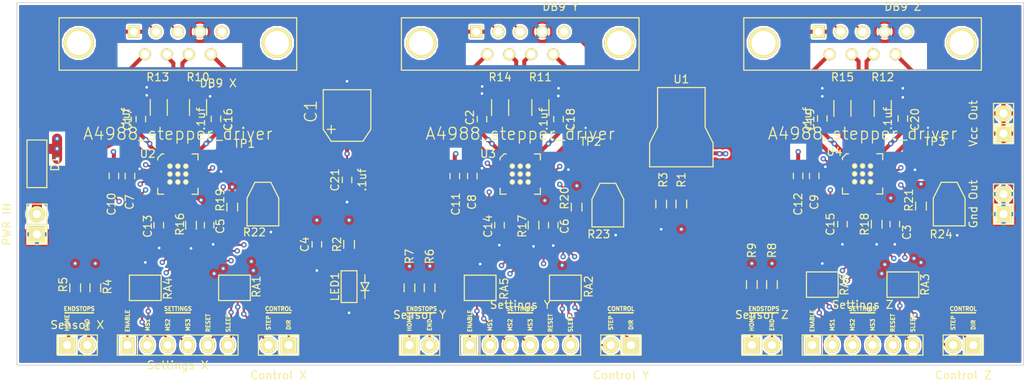
<source format=kicad_pcb>
(kicad_pcb (version 4) (host pcbnew "(2015-01-16 BZR 5376)-product")
  (layers (0 F.Cu signal) (1 In1.Cu signal hide) (2 In2.Cu signal hide) (31 B.Cu signal hide) (34 B.Paste user hide) (35 F.Paste user hide) (36 B.SilkS user hide) (37 F.SilkS user) (38 B.Mask user) (39 F.Mask user) (44 Edge.Cuts user))
  (net 0 "")
  (net 1 V+)
  (net 2 GND)
  (net 3 VCC)
  (net 4 "Net-(C7-Pad1)")
  (net 5 "Net-(C7-Pad2)")
  (net 6 "Net-(C8-Pad1)")
  (net 7 "Net-(C8-Pad2)")
  (net 8 "Net-(C9-Pad1)")
  (net 9 "Net-(C9-Pad2)")
  (net 10 "Net-(C10-Pad2)")
  (net 11 "Net-(C11-Pad2)")
  (net 12 "Net-(C12-Pad2)")
  (net 13 "Net-(C13-Pad2)")
  (net 14 "Net-(C14-Pad2)")
  (net 15 "Net-(C15-Pad2)")
  (net 16 PWR_IN)
  (net 17 sensor1_1)
  (net 18 sensor2_1)
  (net 19 "Net-(J1-Pad5)")
  (net 20 out1b_1)
  (net 21 out1a_1)
  (net 22 out2a_1)
  (net 23 out2b_1)
  (net 24 dir1)
  (net 25 step1)
  (net 26 dir2)
  (net 27 step2)
  (net 28 dir3)
  (net 29 step3)
  (net 30 ms1_1)
  (net 31 ms2_1)
  (net 32 ms3_1)
  (net 33 enable1)
  (net 34 reset1)
  (net 35 sleep1)
  (net 36 ms1_2)
  (net 37 ms2_2)
  (net 38 ms3_2)
  (net 39 enable2)
  (net 40 reset2)
  (net 41 sleep2)
  (net 42 ms1_3)
  (net 43 ms2_3)
  (net 44 ms3_3)
  (net 45 enable3)
  (net 46 reset3)
  (net 47 sleep3)
  (net 48 sensor2_2)
  (net 49 out1a_2)
  (net 50 sensor1_2)
  (net 51 out1b_2)
  (net 52 out2a_2)
  (net 53 out2b_2)
  (net 54 "Net-(J10-Pad5)")
  (net 55 sensor2_3)
  (net 56 sensor1_3)
  (net 57 "Net-(J15-Pad5)")
  (net 58 out1b_3)
  (net 59 out1a_3)
  (net 60 out2a_3)
  (net 61 out2b_3)
  (net 62 "Net-(LED1-Pad1)")
  (net 63 "Net-(R1-Pad1)")
  (net 64 "Net-(R10-Pad2)")
  (net 65 "Net-(R11-Pad2)")
  (net 66 "Net-(R12-Pad2)")
  (net 67 "Net-(R13-Pad2)")
  (net 68 "Net-(R14-Pad2)")
  (net 69 "Net-(R15-Pad2)")
  (net 70 "Net-(R16-Pad2)")
  (net 71 "Net-(R17-Pad2)")
  (net 72 "Net-(R18-Pad2)")
  (net 73 "Net-(R19-Pad1)")
  (net 74 "Net-(R20-Pad1)")
  (net 75 "Net-(R21-Pad1)")
  (net 76 ref1)
  (net 77 ref2)
  (net 78 ref3)
  (net 79 "Net-(U2-Pad7)")
  (net 80 "Net-(U2-Pad20)")
  (net 81 "Net-(U2-Pad25)")
  (net 82 "Net-(U3-Pad7)")
  (net 83 "Net-(U3-Pad20)")
  (net 84 "Net-(U3-Pad25)")
  (net 85 "Net-(U4-Pad7)")
  (net 86 "Net-(U4-Pad20)")
  (net 87 "Net-(U4-Pad25)")
  (module XYZ_footprints:PCE3929CT-ND (layer F.Cu) (at 122.936 60.198 180)
    (fp_text reference C1 (at 4.572 0.762 270) (layer F.SilkS) (effects (font (size 1.5 1.5))))
    (fp_text value 47uF hide)
    (pad 1 smd rect (at 0 -1.1 180) (size 1.5 2.2) (layers F.Cu F.Paste F.Mask) (net 1 V+))
    (pad 2 smd rect (at 0 1.7 180) (size 1.5 2.2) (layers F.Cu F.Paste F.Mask) (net 2 GND))
  )
  (module XYZ_footprints:C_0603_HandSoldering (layer F.Cu) (at 139.954 60.4012 270)
    (fp_text reference C2 (at -0.2032 1.524 270) (layer F.SilkS))
    (fp_text value .1uf hide)
    (pad 1 smd rect (at -0.95 0 270) (size 1.2 0.75) (layers F.Cu F.Paste F.Mask) (net 2 GND))
    (pad 2 smd rect (at 0.95 0 270) (size 1.2 0.75) (layers F.Cu F.Paste F.Mask) (net 1 V+))
  )
  (module XYZ_footprints:C_0603_HandSoldering (layer F.Cu) (at 192.024 73.66 90)
    (fp_text reference C3 (at -1.016 1.524 90) (layer F.SilkS))
    (fp_text value 1uF hide)
    (pad 1 smd rect (at -0.95 0 90) (size 1.2 0.75) (layers F.Cu F.Paste F.Mask) (net 2 GND))
    (pad 2 smd rect (at 0.95 0 90) (size 1.2 0.75) (layers F.Cu F.Paste F.Mask) (net 3 VCC))
  )
  (module XYZ_footprints:C_0603_HandSoldering (layer F.Cu) (at 119.126 76.2 270)
    (fp_text reference C4 (at 0 1.524 270) (layer F.SilkS))
    (fp_text value .1uf hide)
    (pad 1 smd rect (at -0.95 0 270) (size 1.2 0.75) (layers F.Cu F.Paste F.Mask) (net 3 VCC))
    (pad 2 smd rect (at 0.95 0 270) (size 1.2 0.75) (layers F.Cu F.Paste F.Mask) (net 2 GND))
  )
  (module XYZ_footprints:C_0603_HandSoldering (layer F.Cu) (at 105.537 73.787 270)
    (fp_text reference C5 (at 0.127 -1.397 270) (layer F.SilkS))
    (fp_text value .1uf hide)
    (pad 1 smd rect (at -0.95 0 270) (size 1.2 0.75) (layers F.Cu F.Paste F.Mask) (net 3 VCC))
    (pad 2 smd rect (at 0.95 0 270) (size 1.2 0.75) (layers F.Cu F.Paste F.Mask) (net 2 GND))
  )
  (module XYZ_footprints:C_0603_HandSoldering (layer F.Cu) (at 148.9456 73.787 270)
    (fp_text reference C6 (at 0.127 -1.4224 270) (layer F.SilkS))
    (fp_text value .1uf hide)
    (pad 1 smd rect (at -0.95 0 270) (size 1.2 0.75) (layers F.Cu F.Paste F.Mask) (net 3 VCC))
    (pad 2 smd rect (at 0.95 0 270) (size 1.2 0.75) (layers F.Cu F.Paste F.Mask) (net 2 GND))
  )
  (module XYZ_footprints:C_0603_HandSoldering (layer F.Cu) (at 95.5548 67.5894 270)
    (fp_text reference C7 (at 3.2766 0.0508 270) (layer F.SilkS))
    (fp_text value .1uf hide)
    (pad 1 smd rect (at -0.95 0 270) (size 1.2 0.75) (layers F.Cu F.Paste F.Mask) (net 4 "Net-(C7-Pad1)"))
    (pad 2 smd rect (at 0.95 0 270) (size 1.2 0.75) (layers F.Cu F.Paste F.Mask) (net 5 "Net-(C7-Pad2)"))
  )
  (module XYZ_footprints:C_0603_HandSoldering (layer F.Cu) (at 138.7348 67.5894 270)
    (fp_text reference C8 (at 3.2766 0.0508 270) (layer F.SilkS))
    (fp_text value .1uf hide)
    (pad 1 smd rect (at -0.95 0 270) (size 1.2 0.75) (layers F.Cu F.Paste F.Mask) (net 6 "Net-(C8-Pad1)"))
    (pad 2 smd rect (at 0.95 0 270) (size 1.2 0.75) (layers F.Cu F.Paste F.Mask) (net 7 "Net-(C8-Pad2)"))
  )
  (module XYZ_footprints:C_0603_HandSoldering (layer F.Cu) (at 181.864 67.564 270)
    (fp_text reference C9 (at 3.302 0 270) (layer F.SilkS))
    (fp_text value .1uf hide)
    (pad 1 smd rect (at -0.95 0 270) (size 1.2 0.75) (layers F.Cu F.Paste F.Mask) (net 8 "Net-(C9-Pad1)"))
    (pad 2 smd rect (at 0.95 0 270) (size 1.2 0.75) (layers F.Cu F.Paste F.Mask) (net 9 "Net-(C9-Pad2)"))
  )
  (module XYZ_footprints:C_0603_HandSoldering (layer F.Cu) (at 93.5228 67.564 270)
    (fp_text reference C10 (at 3.556 0.3048 270) (layer F.SilkS))
    (fp_text value .1uf hide)
    (pad 1 smd rect (at -0.95 0 270) (size 1.2 0.75) (layers F.Cu F.Paste F.Mask) (net 1 V+))
    (pad 2 smd rect (at 0.95 0 270) (size 1.2 0.75) (layers F.Cu F.Paste F.Mask) (net 10 "Net-(C10-Pad2)"))
  )
  (module XYZ_footprints:C_0603_HandSoldering (layer F.Cu) (at 136.525 67.5894 270)
    (fp_text reference C11 (at 3.5306 -0.127 270) (layer F.SilkS))
    (fp_text value .1uf hide)
    (pad 1 smd rect (at -0.95 0 270) (size 1.2 0.75) (layers F.Cu F.Paste F.Mask) (net 1 V+))
    (pad 2 smd rect (at 0.95 0 270) (size 1.2 0.75) (layers F.Cu F.Paste F.Mask) (net 11 "Net-(C11-Pad2)"))
  )
  (module XYZ_footprints:C_0603_HandSoldering (layer F.Cu) (at 179.832 67.564 270)
    (fp_text reference C12 (at 3.556 0 270) (layer F.SilkS))
    (fp_text value .1uf hide)
    (pad 1 smd rect (at -0.95 0 270) (size 1.2 0.75) (layers F.Cu F.Paste F.Mask) (net 1 V+))
    (pad 2 smd rect (at 0.95 0 270) (size 1.2 0.75) (layers F.Cu F.Paste F.Mask) (net 12 "Net-(C12-Pad2)"))
  )
  (module XYZ_footprints:C_0603_HandSoldering (layer F.Cu) (at 99.187 73.787 90)
    (fp_text reference C13 (at -0.127 -1.397 90) (layer F.SilkS))
    (fp_text value .22uF hide)
    (pad 1 smd rect (at -0.95 0 90) (size 1.2 0.75) (layers F.Cu F.Paste F.Mask) (net 2 GND))
    (pad 2 smd rect (at 0.95 0 90) (size 1.2 0.75) (layers F.Cu F.Paste F.Mask) (net 13 "Net-(C13-Pad2)"))
  )
  (module XYZ_footprints:C_0603_HandSoldering (layer F.Cu) (at 142.1638 73.787 90)
    (fp_text reference C14 (at -0.127 -1.4478 90) (layer F.SilkS))
    (fp_text value .22uF hide)
    (pad 1 smd rect (at -0.95 0 90) (size 1.2 0.75) (layers F.Cu F.Paste F.Mask) (net 2 GND))
    (pad 2 smd rect (at 0.95 0 90) (size 1.2 0.75) (layers F.Cu F.Paste F.Mask) (net 14 "Net-(C14-Pad2)"))
  )
  (module XYZ_footprints:C_0603_HandSoldering (layer F.Cu) (at 185.42 73.66 90)
    (fp_text reference C15 (at 0 -1.524 90) (layer F.SilkS))
    (fp_text value .22uF hide)
    (pad 1 smd rect (at -0.95 0 90) (size 1.2 0.75) (layers F.Cu F.Paste F.Mask) (net 2 GND))
    (pad 2 smd rect (at 0.95 0 90) (size 1.2 0.75) (layers F.Cu F.Paste F.Mask) (net 15 "Net-(C15-Pad2)"))
  )
  (module XYZ_footprints:SD2010S040S3R0 (layer F.Cu) (at 83.82 66.04 90)
    (fp_text reference D1 (at 0 2.286 90) (layer F.SilkS))
    (fp_text value DIODE hide)
    (pad 1 smd rect (at -1.885 0 90) (size 1.37 1.47) (layers F.Cu F.Paste F.Mask) (net 16 PWR_IN))
    (pad 2 smd rect (at 1.885 0 90) (size 1.37 1.47) (layers F.Cu F.Paste F.Mask) (net 1 V+))
  )
  (module XYZ_footprints:DB9MD (layer F.Cu) (at 101.6 50.8)
    (fp_text reference J1 hide)
    (fp_text value "DB9 X" (at 5.08 5.08) (layer F.SilkS))
    (pad 0 thru_hole circle (at -12.495 0) (size 3.81 3.81) (drill 3.05) (layers *.Cu *.Mask F.SilkS))
    (pad 0 thru_hole circle (at 12.495 0) (size 3.81 3.81) (drill 3.05) (layers *.Cu *.Mask F.SilkS))
    (pad 1 thru_hole rect (at -5.54 -1.42) (size 1.524 1.524) (drill 1) (layers *.Cu *.Mask F.SilkS) (net 3 VCC))
    (pad 2 thru_hole circle (at -2.77 -1.42) (size 1.524 1.524) (drill 1) (layers *.Cu *.Mask F.SilkS) (net 17 sensor1_1))
    (pad 3 thru_hole circle (at 0 -1.397) (size 1.524 1.524) (drill 1.016) (layers *.Cu *.Mask F.SilkS) (net 18 sensor2_1))
    (pad 4 thru_hole circle (at 2.77 -1.42) (size 1.524 1.524) (drill 1) (layers *.Cu *.Mask F.SilkS) (net 2 GND))
    (pad 5 thru_hole circle (at 5.54 -1.42) (size 1.524 1.524) (drill 1) (layers *.Cu *.Mask F.SilkS) (net 19 "Net-(J1-Pad5)"))
    (pad 6 thru_hole circle (at -4.155 1.42) (size 1.524 1.524) (drill 1) (layers *.Cu *.Mask F.SilkS) (net 23 out2b_1))
    (pad 7 thru_hole circle (at -1.385 1.42) (size 1.524 1.524) (drill 1) (layers *.Cu *.Mask F.SilkS) (net 22 out2a_1))
    (pad 8 thru_hole circle (at 1.385 1.42) (size 1.524 1.524) (drill 1) (layers *.Cu *.Mask F.SilkS) (net 21 out1a_1))
    (pad 9 thru_hole circle (at 4.155 1.42) (size 1.524 1.524) (drill 1) (layers *.Cu *.Mask F.SilkS) (net 20 out1b_1))
  )
  (module XYZ_footprints:Pin_Header_Straight_1x02 (layer F.Cu) (at 114.3 88.9 180)
    (fp_text reference J2 hide)
    (fp_text value "Control X" (at 0 -3.81 180) (layer F.SilkS))
    (pad 1 thru_hole rect (at -1.27 0 180) (size 2.032 2.032) (drill 1.016) (layers *.Cu *.Mask F.SilkS) (net 24 dir1))
    (pad 2 thru_hole oval (at 1.27 0 180) (size 2.032 2.032) (drill 1.016) (layers *.Cu *.Mask F.SilkS) (net 25 step1))
  )
  (module XYZ_footprints:Pin_Header_Straight_1x02 (layer F.Cu) (at 157.48 88.9 180)
    (fp_text reference J3 hide)
    (fp_text value "Control Y" (at 0 -3.81 180) (layer F.SilkS))
    (pad 1 thru_hole rect (at -1.27 0 180) (size 2.032 2.032) (drill 1.016) (layers *.Cu *.Mask F.SilkS) (net 26 dir2))
    (pad 2 thru_hole oval (at 1.27 0 180) (size 2.032 2.032) (drill 1.016) (layers *.Cu *.Mask F.SilkS) (net 27 step2))
  )
  (module XYZ_footprints:Pin_Header_Straight_1x02 (layer F.Cu) (at 200.66 88.9 180)
    (fp_text reference J4 hide)
    (fp_text value "Control Z" (at 0 -3.81 180) (layer F.SilkS))
    (pad 1 thru_hole rect (at -1.27 0 180) (size 2.032 2.032) (drill 1.016) (layers *.Cu *.Mask F.SilkS) (net 28 dir3))
    (pad 2 thru_hole oval (at 1.27 0 180) (size 2.032 2.032) (drill 1.016) (layers *.Cu *.Mask F.SilkS) (net 29 step3))
  )
  (module XYZ_footprints:Pin_Header_Straight_1x02 (layer F.Cu) (at 83.82 73.66 90)
    (fp_text reference J5 hide)
    (fp_text value "PWR IN" (at 0 -3.81 90) (layer F.SilkS))
    (pad 1 thru_hole rect (at -1.27 0 90) (size 2.032 2.032) (drill 1.016) (layers *.Cu *.Mask F.SilkS) (net 2 GND))
    (pad 2 thru_hole oval (at 1.27 0 90) (size 2.032 2.032) (drill 1.016) (layers *.Cu *.Mask F.SilkS) (net 16 PWR_IN) (clearance 0.4826))
  )
  (module XYZ_footprints:Pin_Header_Straight_1x06 (layer F.Cu) (at 101.5746 88.9)
    (fp_text reference J6 hide)
    (fp_text value "Settings X" (at 0 2.54) (layer F.SilkS))
    (pad 1 thru_hole rect (at -6.35 0) (size 1.7272 2.032) (drill 1.016) (layers *.Cu *.Mask F.SilkS) (net 33 enable1))
    (pad 2 thru_hole oval (at -3.81 0) (size 1.7272 2.032) (drill 1.016) (layers *.Cu *.Mask F.SilkS) (net 30 ms1_1))
    (pad 3 thru_hole oval (at -1.27 0) (size 1.7272 2.032) (drill 1.016) (layers *.Cu *.Mask F.SilkS) (net 31 ms2_1))
    (pad 4 thru_hole oval (at 1.27 0) (size 1.7272 2.032) (drill 1.016) (layers *.Cu *.Mask F.SilkS) (net 32 ms3_1))
    (pad 5 thru_hole oval (at 3.81 0) (size 1.7272 2.032) (drill 1.016) (layers *.Cu *.Mask F.SilkS) (net 34 reset1))
    (pad 6 thru_hole oval (at 6.35 0) (size 1.7272 2.032) (drill 1.016) (layers *.Cu *.Mask F.SilkS) (net 35 sleep1))
  )
  (module XYZ_footprints:Pin_Header_Straight_1x06 (layer F.Cu) (at 144.78 88.9)
    (fp_text reference J7 hide)
    (fp_text value "Settings Y" (at 0 -5.08) (layer F.SilkS))
    (pad 1 thru_hole rect (at -6.35 0) (size 1.7272 2.032) (drill 1.016) (layers *.Cu *.Mask F.SilkS) (net 39 enable2))
    (pad 2 thru_hole oval (at -3.81 0) (size 1.7272 2.032) (drill 1.016) (layers *.Cu *.Mask F.SilkS) (net 36 ms1_2))
    (pad 3 thru_hole oval (at -1.27 0) (size 1.7272 2.032) (drill 1.016) (layers *.Cu *.Mask F.SilkS) (net 37 ms2_2))
    (pad 4 thru_hole oval (at 1.27 0) (size 1.7272 2.032) (drill 1.016) (layers *.Cu *.Mask F.SilkS) (net 38 ms3_2))
    (pad 5 thru_hole oval (at 3.81 0) (size 1.7272 2.032) (drill 1.016) (layers *.Cu *.Mask F.SilkS) (net 40 reset2))
    (pad 6 thru_hole oval (at 6.35 0) (size 1.7272 2.032) (drill 1.016) (layers *.Cu *.Mask F.SilkS) (net 41 sleep2))
  )
  (module XYZ_footprints:Pin_Header_Straight_1x06 (layer F.Cu) (at 187.96 88.9)
    (fp_text reference J8 hide)
    (fp_text value "Settings Z" (at 0 -5.08) (layer F.SilkS))
    (pad 1 thru_hole rect (at -6.35 0) (size 1.7272 2.032) (drill 1.016) (layers *.Cu *.Mask F.SilkS) (net 45 enable3))
    (pad 2 thru_hole oval (at -3.81 0) (size 1.7272 2.032) (drill 1.016) (layers *.Cu *.Mask F.SilkS) (net 42 ms1_3))
    (pad 3 thru_hole oval (at -1.27 0) (size 1.7272 2.032) (drill 1.016) (layers *.Cu *.Mask F.SilkS) (net 43 ms2_3))
    (pad 4 thru_hole oval (at 1.27 0) (size 1.7272 2.032) (drill 1.016) (layers *.Cu *.Mask F.SilkS) (net 44 ms3_3))
    (pad 5 thru_hole oval (at 3.81 0) (size 1.7272 2.032) (drill 1.016) (layers *.Cu *.Mask F.SilkS) (net 46 reset3))
    (pad 6 thru_hole oval (at 6.35 0) (size 1.7272 2.032) (drill 1.016) (layers *.Cu *.Mask F.SilkS) (net 47 sleep3))
  )
  (module XYZ_footprints:Pin_Header_Straight_1x02 (layer F.Cu) (at 205.74 60.96 90)
    (fp_text reference J9 hide)
    (fp_text value "Vcc Out" (at 0 -3.81 90) (layer F.SilkS))
    (pad 1 thru_hole rect (at -1.27 0 90) (size 2.032 2.032) (drill 1.016) (layers *.Cu *.Mask F.SilkS) (net 3 VCC))
    (pad 2 thru_hole oval (at 1.27 0 90) (size 2.032 2.032) (drill 1.016) (layers *.Cu *.Mask F.SilkS) (net 3 VCC))
  )
  (module XYZ_footprints:Pin_Header_Straight_1x02 (layer F.Cu) (at 205.74 71.12 90)
    (fp_text reference J11 hide)
    (fp_text value "Gnd Out" (at 0 -3.81 90) (layer F.SilkS))
    (pad 1 thru_hole rect (at -1.27 0 90) (size 2.032 2.032) (drill 1.016) (layers *.Cu *.Mask F.SilkS) (net 2 GND))
    (pad 2 thru_hole oval (at 1.27 0 90) (size 2.032 2.032) (drill 1.016) (layers *.Cu *.Mask F.SilkS) (net 2 GND))
  )
  (module XYZ_footprints:Pin_Header_Straight_1x02 (layer F.Cu) (at 88.9 88.9)
    (fp_text reference J12 hide)
    (fp_text value "Sensor X" (at 0 -2.54) (layer F.SilkS))
    (pad 1 thru_hole rect (at -1.27 0) (size 2.032 2.032) (drill 1.016) (layers *.Cu *.Mask F.SilkS) (net 18 sensor2_1))
    (pad 2 thru_hole oval (at 1.27 0) (size 2.032 2.032) (drill 1.016) (layers *.Cu *.Mask F.SilkS) (net 17 sensor1_1))
  )
  (module XYZ_footprints:Pin_Header_Straight_1x02 (layer F.Cu) (at 132.08 88.9)
    (fp_text reference J13 hide)
    (fp_text value "Sensor Y" (at 0 -3.81) (layer F.SilkS))
    (pad 1 thru_hole rect (at -1.27 0) (size 2.032 2.032) (drill 1.016) (layers *.Cu *.Mask F.SilkS) (net 48 sensor2_2))
    (pad 2 thru_hole oval (at 1.27 0) (size 2.032 2.032) (drill 1.016) (layers *.Cu *.Mask F.SilkS) (net 50 sensor1_2))
  )
  (module XYZ_footprints:Pin_Header_Straight_1x02 (layer F.Cu) (at 175.26 88.9)
    (fp_text reference J14 hide)
    (fp_text value "Sensor Z" (at 0 -3.81) (layer F.SilkS))
    (pad 1 thru_hole rect (at -1.27 0) (size 2.032 2.032) (drill 1.016) (layers *.Cu *.Mask F.SilkS) (net 55 sensor2_3))
    (pad 2 thru_hole oval (at 1.27 0) (size 2.032 2.032) (drill 1.016) (layers *.Cu *.Mask F.SilkS) (net 56 sensor1_3))
  )
  (module XYZ_footprints:DB9MD (layer F.Cu) (at 187.96 50.8)
    (fp_text reference J15 hide)
    (fp_text value "DB9 Z" (at 5.08 -4.572) (layer F.SilkS))
    (pad 0 thru_hole circle (at -12.495 0) (size 3.81 3.81) (drill 3.05) (layers *.Cu *.Mask F.SilkS))
    (pad 0 thru_hole circle (at 12.495 0) (size 3.81 3.81) (drill 3.05) (layers *.Cu *.Mask F.SilkS))
    (pad 1 thru_hole rect (at -5.54 -1.42) (size 1.524 1.524) (drill 1) (layers *.Cu *.Mask F.SilkS) (net 3 VCC))
    (pad 2 thru_hole circle (at -2.77 -1.42) (size 1.524 1.524) (drill 1) (layers *.Cu *.Mask F.SilkS) (net 56 sensor1_3))
    (pad 3 thru_hole circle (at 0 -1.397) (size 1.524 1.524) (drill 1.016) (layers *.Cu *.Mask F.SilkS) (net 55 sensor2_3))
    (pad 4 thru_hole circle (at 2.77 -1.42) (size 1.524 1.524) (drill 1) (layers *.Cu *.Mask F.SilkS) (net 2 GND))
    (pad 5 thru_hole circle (at 5.54 -1.42) (size 1.524 1.524) (drill 1) (layers *.Cu *.Mask F.SilkS) (net 57 "Net-(J15-Pad5)"))
    (pad 6 thru_hole circle (at -4.155 1.42) (size 1.524 1.524) (drill 1) (layers *.Cu *.Mask F.SilkS) (net 61 out2b_3))
    (pad 7 thru_hole circle (at -1.385 1.42) (size 1.524 1.524) (drill 1) (layers *.Cu *.Mask F.SilkS) (net 60 out2a_3))
    (pad 8 thru_hole circle (at 1.385 1.42) (size 1.524 1.524) (drill 1) (layers *.Cu *.Mask F.SilkS) (net 59 out1a_3))
    (pad 9 thru_hole circle (at 4.155 1.42) (size 1.524 1.524) (drill 1) (layers *.Cu *.Mask F.SilkS) (net 58 out1b_3))
  )
  (module XYZ_footprints:R_0603_HandSoldering (layer F.Cu) (at 165.1 71.12 270)
    (fp_text reference R1 (at -3.048 0 270) (layer F.SilkS))
    (fp_text value 240 hide)
    (pad 1 smd rect (at -1.1 0 270) (size 1.2 0.9) (layers F.Cu F.Paste F.Mask) (net 63 "Net-(R1-Pad1)"))
    (pad 2 smd rect (at 1.1 0 270) (size 1.2 0.9) (layers F.Cu F.Paste F.Mask) (net 3 VCC))
  )
  (module XYZ_footprints:R_0603_HandSoldering (layer F.Cu) (at 123.19 76.2 90)
    (fp_text reference R2 (at 0 -1.524 90) (layer F.SilkS))
    (fp_text value 1k hide)
    (pad 1 smd rect (at -1.1 0 90) (size 1.2 0.9) (layers F.Cu F.Paste F.Mask) (net 62 "Net-(LED1-Pad1)"))
    (pad 2 smd rect (at 1.1 0 90) (size 1.2 0.9) (layers F.Cu F.Paste F.Mask) (net 3 VCC))
  )
  (module XYZ_footprints:R_0603_HandSoldering (layer F.Cu) (at 162.56 71.12 90)
    (fp_text reference R3 (at 3.048 0.254 90) (layer F.SilkS))
    (fp_text value 715 hide)
    (pad 1 smd rect (at -1.1 0 90) (size 1.2 0.9) (layers F.Cu F.Paste F.Mask) (net 2 GND))
    (pad 2 smd rect (at 1.1 0 90) (size 1.2 0.9) (layers F.Cu F.Paste F.Mask) (net 63 "Net-(R1-Pad1)"))
  )
  (module XYZ_footprints:R_0603_HandSoldering (layer F.Cu) (at 91.186 81.6864 90)
    (fp_text reference R4 (at 0.1524 1.524 90) (layer F.SilkS))
    (fp_text value 715 hide)
    (pad 1 smd rect (at -1.1 0 90) (size 1.2 0.9) (layers F.Cu F.Paste F.Mask) (net 17 sensor1_1))
    (pad 2 smd rect (at 1.1 0 90) (size 1.2 0.9) (layers F.Cu F.Paste F.Mask) (net 3 VCC))
  )
  (module XYZ_footprints:R_0603_HandSoldering (layer F.Cu) (at 88.646 81.6864 90)
    (fp_text reference R5 (at 0.4064 -1.524 90) (layer F.SilkS))
    (fp_text value 715 hide)
    (pad 1 smd rect (at -1.1 0 90) (size 1.2 0.9) (layers F.Cu F.Paste F.Mask) (net 18 sensor2_1))
    (pad 2 smd rect (at 1.1 0 90) (size 1.2 0.9) (layers F.Cu F.Paste F.Mask) (net 3 VCC))
  )
  (module XYZ_footprints:R_0603_HandSoldering (layer F.Cu) (at 133.35 81.6864 90)
    (fp_text reference R6 (at 3.9624 0 90) (layer F.SilkS))
    (fp_text value 715 hide)
    (pad 1 smd rect (at -1.1 0 90) (size 1.2 0.9) (layers F.Cu F.Paste F.Mask) (net 50 sensor1_2))
    (pad 2 smd rect (at 1.1 0 90) (size 1.2 0.9) (layers F.Cu F.Paste F.Mask) (net 3 VCC))
  )
  (module XYZ_footprints:R_0603_HandSoldering (layer F.Cu) (at 130.81 81.6864 90)
    (fp_text reference R7 (at 3.9624 0 90) (layer F.SilkS))
    (fp_text value 715 hide)
    (pad 1 smd rect (at -1.1 0 90) (size 1.2 0.9) (layers F.Cu F.Paste F.Mask) (net 48 sensor2_2))
    (pad 2 smd rect (at 1.1 0 90) (size 1.2 0.9) (layers F.Cu F.Paste F.Mask) (net 3 VCC))
  )
  (module XYZ_footprints:R_0603_HandSoldering (layer F.Cu) (at 176.53 81.28 90)
    (fp_text reference R8 (at 4.318 0 90) (layer F.SilkS))
    (fp_text value 715 hide)
    (pad 1 smd rect (at -1.1 0 90) (size 1.2 0.9) (layers F.Cu F.Paste F.Mask) (net 56 sensor1_3))
    (pad 2 smd rect (at 1.1 0 90) (size 1.2 0.9) (layers F.Cu F.Paste F.Mask) (net 3 VCC))
  )
  (module XYZ_footprints:R_0603_HandSoldering (layer F.Cu) (at 173.99 81.28 90)
    (fp_text reference R9 (at 4.318 0 90) (layer F.SilkS))
    (fp_text value 715 hide)
    (pad 1 smd rect (at -1.1 0 90) (size 1.2 0.9) (layers F.Cu F.Paste F.Mask) (net 55 sensor2_3))
    (pad 2 smd rect (at 1.1 0 90) (size 1.2 0.9) (layers F.Cu F.Paste F.Mask) (net 3 VCC))
  )
  (module XYZ_footprints:R_1206_HandSoldering (layer F.Cu) (at 104.14 58.928 270)
    (fp_text reference R10 (at -3.81 0 360) (layer F.SilkS))
    (fp_text value .11 hide)
    (pad 1 smd rect (at -2 0 270) (size 2 1.7) (layers F.Cu F.Paste F.Mask) (net 2 GND))
    (pad 2 smd rect (at 2 0 270) (size 2 1.7) (layers F.Cu F.Paste F.Mask) (net 64 "Net-(R10-Pad2)"))
  )
  (module XYZ_footprints:R_1206_HandSoldering (layer F.Cu) (at 147.32 58.9534 270)
    (fp_text reference R11 (at -3.8354 0 360) (layer F.SilkS))
    (fp_text value .11 hide)
    (pad 1 smd rect (at -2 0 270) (size 2 1.7) (layers F.Cu F.Paste F.Mask) (net 2 GND))
    (pad 2 smd rect (at 2 0 270) (size 2 1.7) (layers F.Cu F.Paste F.Mask) (net 65 "Net-(R11-Pad2)"))
  )
  (module XYZ_footprints:R_1206_HandSoldering (layer F.Cu) (at 190.5 59.055 270)
    (fp_text reference R12 (at -3.937 0 360) (layer F.SilkS))
    (fp_text value .11 hide)
    (pad 1 smd rect (at -2 0 270) (size 2 1.7) (layers F.Cu F.Paste F.Mask) (net 2 GND))
    (pad 2 smd rect (at 2 0 270) (size 2 1.7) (layers F.Cu F.Paste F.Mask) (net 66 "Net-(R12-Pad2)"))
  )
  (module XYZ_footprints:R_1206_HandSoldering (layer F.Cu) (at 99.187 58.928 270)
    (fp_text reference R13 (at -3.81 0.127 360) (layer F.SilkS))
    (fp_text value .11 hide)
    (pad 1 smd rect (at -2 0 270) (size 2 1.7) (layers F.Cu F.Paste F.Mask) (net 2 GND))
    (pad 2 smd rect (at 2 0 270) (size 2 1.7) (layers F.Cu F.Paste F.Mask) (net 67 "Net-(R13-Pad2)"))
  )
  (module XYZ_footprints:R_1206_HandSoldering (layer F.Cu) (at 142.24 58.9534 270)
    (fp_text reference R14 (at -3.8354 0 360) (layer F.SilkS))
    (fp_text value .11 hide)
    (pad 1 smd rect (at -2 0 270) (size 2 1.7) (layers F.Cu F.Paste F.Mask) (net 2 GND))
    (pad 2 smd rect (at 2 0 270) (size 2 1.7) (layers F.Cu F.Paste F.Mask) (net 68 "Net-(R14-Pad2)"))
  )
  (module XYZ_footprints:R_1206_HandSoldering (layer F.Cu) (at 185.42 59.055 270)
    (fp_text reference R15 (at -3.937 0 360) (layer F.SilkS))
    (fp_text value .11 hide)
    (pad 1 smd rect (at -2 0 270) (size 2 1.7) (layers F.Cu F.Paste F.Mask) (net 2 GND))
    (pad 2 smd rect (at 2 0 270) (size 2 1.7) (layers F.Cu F.Paste F.Mask) (net 69 "Net-(R15-Pad2)"))
  )
  (module XYZ_footprints:R_0603_HandSoldering (layer F.Cu) (at 103.251 73.787 90)
    (fp_text reference R16 (at 0.127 -1.397 90) (layer F.SilkS))
    (fp_text value 20k hide)
    (pad 1 smd rect (at -1.1 0 90) (size 1.2 0.9) (layers F.Cu F.Paste F.Mask) (net 2 GND))
    (pad 2 smd rect (at 1.1 0 90) (size 1.2 0.9) (layers F.Cu F.Paste F.Mask) (net 70 "Net-(R16-Pad2)"))
  )
  (module XYZ_footprints:R_0603_HandSoldering (layer F.Cu) (at 146.4564 73.787 90)
    (fp_text reference R17 (at -0.127 -1.4224 90) (layer F.SilkS))
    (fp_text value 20k hide)
    (pad 1 smd rect (at -1.1 0 90) (size 1.2 0.9) (layers F.Cu F.Paste F.Mask) (net 2 GND))
    (pad 2 smd rect (at 1.1 0 90) (size 1.2 0.9) (layers F.Cu F.Paste F.Mask) (net 71 "Net-(R17-Pad2)"))
  )
  (module XYZ_footprints:R_0603_HandSoldering (layer F.Cu) (at 189.738 73.66 90)
    (fp_text reference R18 (at 0 -1.524 90) (layer F.SilkS))
    (fp_text value 20k hide)
    (pad 1 smd rect (at -1.1 0 90) (size 1.2 0.9) (layers F.Cu F.Paste F.Mask) (net 2 GND))
    (pad 2 smd rect (at 1.1 0 90) (size 1.2 0.9) (layers F.Cu F.Paste F.Mask) (net 72 "Net-(R18-Pad2)"))
  )
  (module XYZ_footprints:R_0603_HandSoldering (layer F.Cu) (at 108.458 71.501 90)
    (fp_text reference R19 (at 0.889 -1.524 90) (layer F.SilkS))
    (fp_text value 2.49k hide)
    (pad 1 smd rect (at -1.1 0 90) (size 1.2 0.9) (layers F.Cu F.Paste F.Mask) (net 73 "Net-(R19-Pad1)"))
    (pad 2 smd rect (at 1.1 0 90) (size 1.2 0.9) (layers F.Cu F.Paste F.Mask) (net 3 VCC))
  )
  (module XYZ_footprints:R_0603_HandSoldering (layer F.Cu) (at 151.892 71.501 90)
    (fp_text reference R20 (at 1.143 -1.524 90) (layer F.SilkS))
    (fp_text value 2.49k hide)
    (pad 1 smd rect (at -1.1 0 90) (size 1.2 0.9) (layers F.Cu F.Paste F.Mask) (net 74 "Net-(R20-Pad1)"))
    (pad 2 smd rect (at 1.1 0 90) (size 1.2 0.9) (layers F.Cu F.Paste F.Mask) (net 3 VCC))
  )
  (module XYZ_footprints:R_0603_HandSoldering (layer F.Cu) (at 195.326 71.374 90)
    (fp_text reference R21 (at 0.762 -1.524 90) (layer F.SilkS))
    (fp_text value 2.49k hide)
    (pad 1 smd rect (at -1.1 0 90) (size 1.2 0.9) (layers F.Cu F.Paste F.Mask) (net 75 "Net-(R21-Pad1)"))
    (pad 2 smd rect (at 1.1 0 90) (size 1.2 0.9) (layers F.Cu F.Paste F.Mask) (net 3 VCC))
  )
  (module XYZ_footprints:CAT16-203J4LFCT-ND (layer F.Cu) (at 108.7374 81.6864 180)
    (fp_text reference RA1 (at -2.7686 0.1524 270) (layer F.SilkS))
    (fp_text value 20k hide)
    (pad 1 smd rect (at 1.2 -0.8 180) (size 0.4 0.8) (layers F.Cu F.Paste F.Mask) (net 34 reset1))
    (pad 2 smd rect (at 0.4 -0.8 180) (size 0.4 0.8) (layers F.Cu F.Paste F.Mask) (net 35 sleep1))
    (pad 3 smd rect (at -0.4 -0.8 180) (size 0.4 0.8) (layers F.Cu F.Paste F.Mask) (net 25 step1))
    (pad 4 smd rect (at -1.2 -0.8 180) (size 0.4 0.8) (layers F.Cu F.Paste F.Mask) (net 24 dir1))
    (pad 5 smd rect (at -1.2 0.8 180) (size 0.4 0.8) (layers F.Cu F.Paste F.Mask) (net 3 VCC))
    (pad 6 smd rect (at -0.4 0.8 180) (size 0.4 0.8) (layers F.Cu F.Paste F.Mask) (net 3 VCC))
    (pad 7 smd rect (at 0.4 0.8 180) (size 0.4 0.8) (layers F.Cu F.Paste F.Mask) (net 3 VCC))
    (pad 8 smd rect (at 1.2 0.8 180) (size 0.4 0.8) (layers F.Cu F.Paste F.Mask) (net 3 VCC))
  )
  (module XYZ_footprints:CAT16-203J4LFCT-ND (layer F.Cu) (at 150.4696 81.6864 180)
    (fp_text reference RA2 (at -2.9464 0.1524 270) (layer F.SilkS))
    (fp_text value 20k hide)
    (pad 1 smd rect (at 1.2 -0.8 180) (size 0.4 0.8) (layers F.Cu F.Paste F.Mask) (net 40 reset2))
    (pad 2 smd rect (at 0.4 -0.8 180) (size 0.4 0.8) (layers F.Cu F.Paste F.Mask) (net 41 sleep2))
    (pad 3 smd rect (at -0.4 -0.8 180) (size 0.4 0.8) (layers F.Cu F.Paste F.Mask) (net 27 step2))
    (pad 4 smd rect (at -1.2 -0.8 180) (size 0.4 0.8) (layers F.Cu F.Paste F.Mask) (net 26 dir2))
    (pad 5 smd rect (at -1.2 0.8 180) (size 0.4 0.8) (layers F.Cu F.Paste F.Mask) (net 3 VCC))
    (pad 6 smd rect (at -0.4 0.8 180) (size 0.4 0.8) (layers F.Cu F.Paste F.Mask) (net 3 VCC))
    (pad 7 smd rect (at 0.4 0.8 180) (size 0.4 0.8) (layers F.Cu F.Paste F.Mask) (net 3 VCC))
    (pad 8 smd rect (at 1.2 0.8 180) (size 0.4 0.8) (layers F.Cu F.Paste F.Mask) (net 3 VCC))
  )
  (module XYZ_footprints:CAT16-203J4LFCT-ND (layer F.Cu) (at 193.04 81.28 180)
    (fp_text reference RA3 (at -2.794 0 270) (layer F.SilkS))
    (fp_text value 20k hide)
    (pad 1 smd rect (at 1.2 -0.8 180) (size 0.4 0.8) (layers F.Cu F.Paste F.Mask) (net 46 reset3))
    (pad 2 smd rect (at 0.4 -0.8 180) (size 0.4 0.8) (layers F.Cu F.Paste F.Mask) (net 47 sleep3))
    (pad 3 smd rect (at -0.4 -0.8 180) (size 0.4 0.8) (layers F.Cu F.Paste F.Mask) (net 29 step3))
    (pad 4 smd rect (at -1.2 -0.8 180) (size 0.4 0.8) (layers F.Cu F.Paste F.Mask) (net 28 dir3))
    (pad 5 smd rect (at -1.2 0.8 180) (size 0.4 0.8) (layers F.Cu F.Paste F.Mask) (net 3 VCC))
    (pad 6 smd rect (at -0.4 0.8 180) (size 0.4 0.8) (layers F.Cu F.Paste F.Mask) (net 3 VCC))
    (pad 7 smd rect (at 0.4 0.8 180) (size 0.4 0.8) (layers F.Cu F.Paste F.Mask) (net 3 VCC))
    (pad 8 smd rect (at 1.2 0.8 180) (size 0.4 0.8) (layers F.Cu F.Paste F.Mask) (net 3 VCC))
  )
  (module XYZ_footprints:CAT16-203J4LFCT-ND (layer F.Cu) (at 97.4852 81.6864)
    (fp_text reference RA4 (at 2.8448 0.1016 90) (layer F.SilkS))
    (fp_text value 20k hide)
    (pad 1 smd rect (at 1.2 -0.8) (size 0.4 0.8) (layers F.Cu F.Paste F.Mask) (net 2 GND))
    (pad 2 smd rect (at 0.4 -0.8) (size 0.4 0.8) (layers F.Cu F.Paste F.Mask) (net 2 GND))
    (pad 3 smd rect (at -0.4 -0.8) (size 0.4 0.8) (layers F.Cu F.Paste F.Mask) (net 2 GND))
    (pad 4 smd rect (at -1.2 -0.8) (size 0.4 0.8) (layers F.Cu F.Paste F.Mask) (net 2 GND))
    (pad 5 smd rect (at -1.2 0.8) (size 0.4 0.8) (layers F.Cu F.Paste F.Mask) (net 33 enable1))
    (pad 6 smd rect (at -0.4 0.8) (size 0.4 0.8) (layers F.Cu F.Paste F.Mask) (net 30 ms1_1))
    (pad 7 smd rect (at 0.4 0.8) (size 0.4 0.8) (layers F.Cu F.Paste F.Mask) (net 31 ms2_1))
    (pad 8 smd rect (at 1.2 0.8) (size 0.4 0.8) (layers F.Cu F.Paste F.Mask) (net 32 ms3_1))
  )
  (module XYZ_footprints:CAT16-203J4LFCT-ND (layer F.Cu) (at 139.7254 81.6864)
    (fp_text reference RA5 (at 3.0226 0.1016 90) (layer F.SilkS))
    (fp_text value 20k hide)
    (pad 1 smd rect (at 1.2 -0.8) (size 0.4 0.8) (layers F.Cu F.Paste F.Mask) (net 2 GND))
    (pad 2 smd rect (at 0.4 -0.8) (size 0.4 0.8) (layers F.Cu F.Paste F.Mask) (net 2 GND))
    (pad 3 smd rect (at -0.4 -0.8) (size 0.4 0.8) (layers F.Cu F.Paste F.Mask) (net 2 GND))
    (pad 4 smd rect (at -1.2 -0.8) (size 0.4 0.8) (layers F.Cu F.Paste F.Mask) (net 2 GND))
    (pad 5 smd rect (at -1.2 0.8) (size 0.4 0.8) (layers F.Cu F.Paste F.Mask) (net 39 enable2))
    (pad 6 smd rect (at -0.4 0.8) (size 0.4 0.8) (layers F.Cu F.Paste F.Mask) (net 36 ms1_2))
    (pad 7 smd rect (at 0.4 0.8) (size 0.4 0.8) (layers F.Cu F.Paste F.Mask) (net 37 ms2_2))
    (pad 8 smd rect (at 1.2 0.8) (size 0.4 0.8) (layers F.Cu F.Paste F.Mask) (net 38 ms3_2))
  )
  (module XYZ_footprints:CAT16-203J4LFCT-ND (layer F.Cu) (at 182.88 81.28)
    (fp_text reference RA6 (at 2.794 0 90) (layer F.SilkS))
    (fp_text value 20k hide)
    (pad 1 smd rect (at 1.2 -0.8) (size 0.4 0.8) (layers F.Cu F.Paste F.Mask) (net 2 GND))
    (pad 2 smd rect (at 0.4 -0.8) (size 0.4 0.8) (layers F.Cu F.Paste F.Mask) (net 2 GND))
    (pad 3 smd rect (at -0.4 -0.8) (size 0.4 0.8) (layers F.Cu F.Paste F.Mask) (net 2 GND))
    (pad 4 smd rect (at -1.2 -0.8) (size 0.4 0.8) (layers F.Cu F.Paste F.Mask) (net 2 GND))
    (pad 5 smd rect (at -1.2 0.8) (size 0.4 0.8) (layers F.Cu F.Paste F.Mask) (net 45 enable3))
    (pad 6 smd rect (at -0.4 0.8) (size 0.4 0.8) (layers F.Cu F.Paste F.Mask) (net 42 ms1_3))
    (pad 7 smd rect (at 0.4 0.8) (size 0.4 0.8) (layers F.Cu F.Paste F.Mask) (net 43 ms2_3))
    (pad 8 smd rect (at 1.2 0.8) (size 0.4 0.8) (layers F.Cu F.Paste F.Mask) (net 44 ms3_3))
  )
  (module Measurement_Points:Measurement_Point_Square-SMD-Pad_Big (layer F.Cu) (at 109.8804 65.659)
    (fp_text reference TP1 (at 0.1016 -2.159) (layer F.SilkS))
    (fp_text value Test_point hide)
    (pad 1 smd rect (at 0 0) (size 2.99974 2.99974) (layers F.Cu F.Paste F.Mask) (net 76 ref1))
  )
  (module Measurement_Points:Measurement_Point_Square-SMD-Pad_Big (layer F.Cu) (at 153.6192 65.7098)
    (fp_text reference TP2 (at 0.0508 -2.4638) (layer F.SilkS))
    (fp_text value Test_point hide)
    (pad 1 smd rect (at 0 0) (size 2.99974 2.99974) (layers F.Cu F.Paste F.Mask) (net 77 ref2))
  )
  (module Measurement_Points:Measurement_Point_Square-SMD-Pad_Big (layer F.Cu) (at 197.104 65.786)
    (fp_text reference TP3 (at 0 -2.54) (layer F.SilkS))
    (fp_text value Test_point hide)
    (pad 1 smd rect (at 0 0) (size 2.99974 2.99974) (layers F.Cu F.Paste F.Mask) (net 78 ref3))
  )
  (module XYZ_footprints:voltage_regulator_sot223 (layer F.Cu) (at 165.1 58.42)
    (fp_text reference U1 (at 0 -3.048) (layer F.SilkS))
    (fp_text value LM317MSTT3G_Voltage_Regulator hide)
    (pad 4 smd rect (at 0 0) (size 3.8 2) (layers F.Cu F.Paste F.Mask) (net 3 VCC))
    (pad 1 smd rect (at -2.3 6.3) (size 1.5 2) (layers F.Cu F.Paste F.Mask) (net 63 "Net-(R1-Pad1)"))
    (pad 2 smd rect (at 0 6.3) (size 1.5 2) (layers F.Cu F.Paste F.Mask) (net 3 VCC))
    (pad 3 smd rect (at 2.3 6.3) (size 1.5 2) (layers F.Cu F.Paste F.Mask) (net 1 V+))
  )
  (module XYZ_footprints:TC33X-103ECT-ND (layer F.Cu) (at 112.3188 71.374)
    (fp_text reference R22 (at -1.0668 3.302) (layer F.SilkS))
    (fp_text value 10k hide)
    (pad 2 smd rect (at 0 -1.45) (size 1.6 1.5) (layers F.Cu F.Paste F.Mask) (net 76 ref1))
    (pad 3 smd rect (at 1 1.2) (size 1.2 1.2) (layers F.Cu F.Paste F.Mask) (net 2 GND))
    (pad 1 smd rect (at -1 1.2) (size 1.2 1.2) (layers F.Cu F.Paste F.Mask) (net 73 "Net-(R19-Pad1)"))
  )
  (module XYZ_footprints:TC33X-103ECT-ND (layer F.Cu) (at 155.829 71.501)
    (fp_text reference R23 (at -1.143 3.429) (layer F.SilkS))
    (fp_text value 10k hide)
    (pad 2 smd rect (at 0 -1.45) (size 1.6 1.5) (layers F.Cu F.Paste F.Mask) (net 77 ref2))
    (pad 3 smd rect (at 1 1.2) (size 1.2 1.2) (layers F.Cu F.Paste F.Mask) (net 2 GND))
    (pad 1 smd rect (at -1 1.2) (size 1.2 1.2) (layers F.Cu F.Paste F.Mask) (net 74 "Net-(R20-Pad1)"))
  )
  (module XYZ_footprints:TC33X-103ECT-ND (layer F.Cu) (at 198.882 71.374)
    (fp_text reference R24 (at -1.016 3.556) (layer F.SilkS))
    (fp_text value 10k hide)
    (pad 2 smd rect (at 0 -1.45) (size 1.6 1.5) (layers F.Cu F.Paste F.Mask) (net 78 ref3))
    (pad 3 smd rect (at 1 1.2) (size 1.2 1.2) (layers F.Cu F.Paste F.Mask) (net 2 GND))
    (pad 1 smd rect (at -1 1.2) (size 1.2 1.2) (layers F.Cu F.Paste F.Mask) (net 75 "Net-(R21-Pad1)"))
  )
  (module XYZ_footprints:DB9MD (layer F.Cu) (at 144.78 50.8)
    (fp_text reference J10 hide)
    (fp_text value "DB9 Y" (at 5.08 -4.572) (layer F.SilkS))
    (pad 0 thru_hole circle (at -12.495 0) (size 3.81 3.81) (drill 3.05) (layers *.Cu *.Mask F.SilkS))
    (pad 0 thru_hole circle (at 12.495 0) (size 3.81 3.81) (drill 3.05) (layers *.Cu *.Mask F.SilkS))
    (pad 1 thru_hole rect (at -5.54 -1.42) (size 1.524 1.524) (drill 1) (layers *.Cu *.Mask F.SilkS) (net 3 VCC))
    (pad 2 thru_hole circle (at -2.77 -1.42) (size 1.524 1.524) (drill 1) (layers *.Cu *.Mask F.SilkS) (net 50 sensor1_2))
    (pad 3 thru_hole circle (at 0 -1.397) (size 1.524 1.524) (drill 1.016) (layers *.Cu *.Mask F.SilkS) (net 48 sensor2_2))
    (pad 4 thru_hole circle (at 2.77 -1.42) (size 1.524 1.524) (drill 1) (layers *.Cu *.Mask F.SilkS) (net 2 GND))
    (pad 5 thru_hole circle (at 5.54 -1.42) (size 1.524 1.524) (drill 1) (layers *.Cu *.Mask F.SilkS) (net 54 "Net-(J10-Pad5)"))
    (pad 6 thru_hole circle (at -4.155 1.42) (size 1.524 1.524) (drill 1) (layers *.Cu *.Mask F.SilkS) (net 53 out2b_2))
    (pad 7 thru_hole circle (at -1.385 1.42) (size 1.524 1.524) (drill 1) (layers *.Cu *.Mask F.SilkS) (net 52 out2a_2))
    (pad 8 thru_hole circle (at 1.385 1.42) (size 1.524 1.524) (drill 1) (layers *.Cu *.Mask F.SilkS) (net 49 out1a_2))
    (pad 9 thru_hole circle (at 4.155 1.42) (size 1.524 1.524) (drill 1) (layers *.Cu *.Mask F.SilkS) (net 51 out1b_2))
  )
  (module XYZ_footprints:LGR971-KN-1 (layer F.Cu) (at 123.19 81.534 270)
    (fp_text reference LED1 (at 0 1.778 270) (layer F.SilkS))
    (fp_text value "PWR LED" hide)
    (pad 1 smd rect (at -1.05 0 270) (size 1.2 1.2) (layers F.Cu F.Paste F.Mask) (net 62 "Net-(LED1-Pad1)"))
    (pad 2 smd rect (at 1.05 0 270) (size 1.2 1.2) (layers F.Cu F.Paste F.Mask) (net 2 GND))
  )
  (module XYZ_footprints:Qfn_28_A4988_with_thermal_vias (layer F.Cu) (at 187.96 67.31)
    (fp_text reference U4 (at -3.556 -2.794) (layer F.SilkS))
    (fp_text value A4988_stepper_driver (at 0 -5.08) (layer F.SilkS) (effects (font (size 1.5 1.5))))
    (pad 29 smd rect (at 0 0) (size 3.15 3.15) (layers F.Cu F.Paste F.Mask) (net 2 GND))
    (pad 1 smd rect (at -2.4 -1.5) (size 1.15 0.3) (layers F.Cu F.Paste F.Mask) (net 61 out2b_3))
    (pad 2 smd rect (at -2.4 -1) (size 1.15 0.3) (layers F.Cu F.Paste F.Mask) (net 45 enable3))
    (pad 3 smd rect (at -2.4 -0.5) (size 1.15 0.3) (layers F.Cu F.Paste F.Mask) (net 2 GND))
    (pad 4 smd rect (at -2.4 0) (size 1.15 0.3) (layers F.Cu F.Paste F.Mask) (net 8 "Net-(C9-Pad1)"))
    (pad 5 smd rect (at -2.4 0.5) (size 1.15 0.3) (layers F.Cu F.Paste F.Mask) (net 9 "Net-(C9-Pad2)"))
    (pad 6 smd rect (at -2.4 1) (size 1.15 0.3) (layers F.Cu F.Paste F.Mask) (net 12 "Net-(C12-Pad2)"))
    (pad 7 smd rect (at -2.4 1.5) (size 1.15 0.3) (layers F.Cu F.Paste F.Mask) (net 85 "Net-(U4-Pad7)"))
    (pad 15 smd rect (at 2.4 1.5) (size 1.15 0.3) (layers F.Cu F.Paste F.Mask) (net 3 VCC))
    (pad 16 smd rect (at 2.4 1) (size 1.15 0.3) (layers F.Cu F.Paste F.Mask) (net 29 step3))
    (pad 17 smd rect (at 2.4 0.5) (size 1.15 0.3) (layers F.Cu F.Paste F.Mask) (net 78 ref3))
    (pad 18 smd rect (at 2.4 0) (size 1.15 0.3) (layers F.Cu F.Paste F.Mask) (net 2 GND))
    (pad 19 smd rect (at 2.4 -0.5) (size 1.15 0.3) (layers F.Cu F.Paste F.Mask) (net 28 dir3))
    (pad 20 smd rect (at 2.4 -1) (size 1.15 0.3) (layers F.Cu F.Paste F.Mask) (net 86 "Net-(U4-Pad20)"))
    (pad 21 smd rect (at 2.4 -1.5) (size 1.15 0.3) (layers F.Cu F.Paste F.Mask) (net 58 out1b_3))
    (pad 8 smd rect (at -1.5 2.4) (size 0.3 1.15) (layers F.Cu F.Paste F.Mask) (net 15 "Net-(C15-Pad2)"))
    (pad 9 smd rect (at -1 2.4) (size 0.3 1.15) (layers F.Cu F.Paste F.Mask) (net 42 ms1_3))
    (pad 10 smd rect (at -0.5 2.4) (size 0.3 1.15) (layers F.Cu F.Paste F.Mask) (net 43 ms2_3))
    (pad 11 smd rect (at 0 2.4) (size 0.3 1.15) (layers F.Cu F.Paste F.Mask) (net 44 ms3_3))
    (pad 12 smd rect (at 0.5 2.4) (size 0.3 1.15) (layers F.Cu F.Paste F.Mask) (net 46 reset3))
    (pad 13 smd rect (at 1 2.4) (size 0.3 1.15) (layers F.Cu F.Paste F.Mask) (net 72 "Net-(R18-Pad2)"))
    (pad 14 smd rect (at 1.5 2.4) (size 0.3 1.15) (layers F.Cu F.Paste F.Mask) (net 47 sleep3))
    (pad 22 smd rect (at 1.5 -2.4) (size 0.3 1.15) (layers F.Cu F.Paste F.Mask) (net 1 V+))
    (pad 23 smd rect (at 1 -2.4) (size 0.3 1.15) (layers F.Cu F.Paste F.Mask) (net 66 "Net-(R12-Pad2)"))
    (pad 24 smd rect (at 0.5 -2.4) (size 0.3 1.15) (layers F.Cu F.Paste F.Mask) (net 59 out1a_3))
    (pad 25 smd rect (at 0 -2.4) (size 0.3 1.15) (layers F.Cu F.Paste F.Mask) (net 87 "Net-(U4-Pad25)"))
    (pad 26 smd rect (at -0.5 -2.4) (size 0.3 1.15) (layers F.Cu F.Paste F.Mask) (net 60 out2a_3))
    (pad 27 smd rect (at -1 -2.4) (size 0.3 1.15) (layers F.Cu F.Paste F.Mask) (net 69 "Net-(R15-Pad2)"))
    (pad 28 smd rect (at -1.5 -2.4) (size 0.3 1.15) (layers F.Cu F.Paste F.Mask) (net 1 V+))
    (pad 29 thru_hole circle (at -1 -1) (size 0.6858 0.6858) (drill 0.3302) (layers *.Cu *.Mask F.SilkS) (net 2 GND))
    (pad 29 thru_hole circle (at 0 -1) (size 0.6858 0.6858) (drill 0.3302) (layers *.Cu *.Mask F.SilkS) (net 2 GND))
    (pad 29 thru_hole circle (at 1 -1) (size 0.6858 0.6858) (drill 0.3302) (layers *.Cu *.Mask F.SilkS) (net 2 GND))
    (pad 29 thru_hole circle (at -1 0) (size 0.6858 0.6858) (drill 0.3302) (layers *.Cu *.Mask F.SilkS) (net 2 GND))
    (pad 29 thru_hole circle (at 0 0) (size 0.6858 0.6858) (drill 0.3302) (layers *.Cu *.Mask F.SilkS) (net 2 GND))
    (pad 29 thru_hole circle (at 1 0) (size 0.6858 0.6858) (drill 0.3302) (layers *.Cu *.Mask F.SilkS) (net 2 GND))
    (pad 29 thru_hole circle (at 1 1) (size 0.6858 0.6858) (drill 0.3302) (layers *.Cu *.Mask F.SilkS) (net 2 GND))
    (pad 29 thru_hole circle (at 0 1) (size 0.6858 0.6858) (drill 0.3302) (layers *.Cu *.Mask F.SilkS) (net 2 GND))
    (pad 29 thru_hole circle (at -1 1) (size 0.6858 0.6858) (drill 0.3302) (layers *.Cu *.Mask F.SilkS) (net 2 GND))
  )
  (module XYZ_footprints:Qfn_28_A4988_with_thermal_vias (layer F.Cu) (at 144.78 67.3354)
    (fp_text reference U3 (at -4.064 -2.5654) (layer F.SilkS))
    (fp_text value A4988_stepper_driver (at 0 -5.08) (layer F.SilkS) (effects (font (size 1.5 1.5))))
    (pad 29 smd rect (at 0 0) (size 3.15 3.15) (layers F.Cu F.Paste F.Mask) (net 2 GND))
    (pad 1 smd rect (at -2.4 -1.5) (size 1.15 0.3) (layers F.Cu F.Paste F.Mask) (net 53 out2b_2))
    (pad 2 smd rect (at -2.4 -1) (size 1.15 0.3) (layers F.Cu F.Paste F.Mask) (net 39 enable2))
    (pad 3 smd rect (at -2.4 -0.5) (size 1.15 0.3) (layers F.Cu F.Paste F.Mask) (net 2 GND))
    (pad 4 smd rect (at -2.4 0) (size 1.15 0.3) (layers F.Cu F.Paste F.Mask) (net 6 "Net-(C8-Pad1)"))
    (pad 5 smd rect (at -2.4 0.5) (size 1.15 0.3) (layers F.Cu F.Paste F.Mask) (net 7 "Net-(C8-Pad2)"))
    (pad 6 smd rect (at -2.4 1) (size 1.15 0.3) (layers F.Cu F.Paste F.Mask) (net 11 "Net-(C11-Pad2)"))
    (pad 7 smd rect (at -2.4 1.5) (size 1.15 0.3) (layers F.Cu F.Paste F.Mask) (net 82 "Net-(U3-Pad7)"))
    (pad 15 smd rect (at 2.4 1.5) (size 1.15 0.3) (layers F.Cu F.Paste F.Mask) (net 3 VCC))
    (pad 16 smd rect (at 2.4 1) (size 1.15 0.3) (layers F.Cu F.Paste F.Mask) (net 27 step2))
    (pad 17 smd rect (at 2.4 0.5) (size 1.15 0.3) (layers F.Cu F.Paste F.Mask) (net 77 ref2))
    (pad 18 smd rect (at 2.4 0) (size 1.15 0.3) (layers F.Cu F.Paste F.Mask) (net 2 GND))
    (pad 19 smd rect (at 2.4 -0.5) (size 1.15 0.3) (layers F.Cu F.Paste F.Mask) (net 26 dir2))
    (pad 20 smd rect (at 2.4 -1) (size 1.15 0.3) (layers F.Cu F.Paste F.Mask) (net 83 "Net-(U3-Pad20)"))
    (pad 21 smd rect (at 2.4 -1.5) (size 1.15 0.3) (layers F.Cu F.Paste F.Mask) (net 51 out1b_2))
    (pad 8 smd rect (at -1.5 2.4) (size 0.3 1.15) (layers F.Cu F.Paste F.Mask) (net 14 "Net-(C14-Pad2)"))
    (pad 9 smd rect (at -1 2.4) (size 0.3 1.15) (layers F.Cu F.Paste F.Mask) (net 36 ms1_2))
    (pad 10 smd rect (at -0.5 2.4) (size 0.3 1.15) (layers F.Cu F.Paste F.Mask) (net 37 ms2_2))
    (pad 11 smd rect (at 0 2.4) (size 0.3 1.15) (layers F.Cu F.Paste F.Mask) (net 38 ms3_2))
    (pad 12 smd rect (at 0.5 2.4) (size 0.3 1.15) (layers F.Cu F.Paste F.Mask) (net 40 reset2))
    (pad 13 smd rect (at 1 2.4) (size 0.3 1.15) (layers F.Cu F.Paste F.Mask) (net 71 "Net-(R17-Pad2)"))
    (pad 14 smd rect (at 1.5 2.4) (size 0.3 1.15) (layers F.Cu F.Paste F.Mask) (net 41 sleep2))
    (pad 22 smd rect (at 1.5 -2.4) (size 0.3 1.15) (layers F.Cu F.Paste F.Mask) (net 1 V+))
    (pad 23 smd rect (at 1 -2.4) (size 0.3 1.15) (layers F.Cu F.Paste F.Mask) (net 65 "Net-(R11-Pad2)"))
    (pad 24 smd rect (at 0.5 -2.4) (size 0.3 1.15) (layers F.Cu F.Paste F.Mask) (net 49 out1a_2))
    (pad 25 smd rect (at 0 -2.4) (size 0.3 1.15) (layers F.Cu F.Paste F.Mask) (net 84 "Net-(U3-Pad25)"))
    (pad 26 smd rect (at -0.5 -2.4) (size 0.3 1.15) (layers F.Cu F.Paste F.Mask) (net 52 out2a_2))
    (pad 27 smd rect (at -1 -2.4) (size 0.3 1.15) (layers F.Cu F.Paste F.Mask) (net 68 "Net-(R14-Pad2)"))
    (pad 28 smd rect (at -1.5 -2.4) (size 0.3 1.15) (layers F.Cu F.Paste F.Mask) (net 1 V+))
    (pad 29 thru_hole circle (at -1 -1) (size 0.6858 0.6858) (drill 0.3302) (layers *.Cu *.Mask F.SilkS) (net 2 GND))
    (pad 29 thru_hole circle (at 0 -1) (size 0.6858 0.6858) (drill 0.3302) (layers *.Cu *.Mask F.SilkS) (net 2 GND))
    (pad 29 thru_hole circle (at 1 -1) (size 0.6858 0.6858) (drill 0.3302) (layers *.Cu *.Mask F.SilkS) (net 2 GND))
    (pad 29 thru_hole circle (at -1 0) (size 0.6858 0.6858) (drill 0.3302) (layers *.Cu *.Mask F.SilkS) (net 2 GND))
    (pad 29 thru_hole circle (at 0 0) (size 0.6858 0.6858) (drill 0.3302) (layers *.Cu *.Mask F.SilkS) (net 2 GND))
    (pad 29 thru_hole circle (at 1 0) (size 0.6858 0.6858) (drill 0.3302) (layers *.Cu *.Mask F.SilkS) (net 2 GND))
    (pad 29 thru_hole circle (at 1 1) (size 0.6858 0.6858) (drill 0.3302) (layers *.Cu *.Mask F.SilkS) (net 2 GND))
    (pad 29 thru_hole circle (at 0 1) (size 0.6858 0.6858) (drill 0.3302) (layers *.Cu *.Mask F.SilkS) (net 2 GND))
    (pad 29 thru_hole circle (at -1 1) (size 0.6858 0.6858) (drill 0.3302) (layers *.Cu *.Mask F.SilkS) (net 2 GND))
  )
  (module XYZ_footprints:Qfn_28_A4988_with_thermal_vias (layer F.Cu) (at 101.6 67.3354)
    (fp_text reference U2 (at -3.81 -2.5654) (layer F.SilkS))
    (fp_text value A4988_stepper_driver (at 0 -5.08) (layer F.SilkS) (effects (font (size 1.5 1.5))))
    (pad 29 smd rect (at 0 0) (size 3.15 3.15) (layers F.Cu F.Paste F.Mask) (net 2 GND))
    (pad 1 smd rect (at -2.4 -1.5) (size 1.15 0.3) (layers F.Cu F.Paste F.Mask) (net 23 out2b_1))
    (pad 2 smd rect (at -2.4 -1) (size 1.15 0.3) (layers F.Cu F.Paste F.Mask) (net 33 enable1))
    (pad 3 smd rect (at -2.4 -0.5) (size 1.15 0.3) (layers F.Cu F.Paste F.Mask) (net 2 GND))
    (pad 4 smd rect (at -2.4 0) (size 1.15 0.3) (layers F.Cu F.Paste F.Mask) (net 4 "Net-(C7-Pad1)"))
    (pad 5 smd rect (at -2.4 0.5) (size 1.15 0.3) (layers F.Cu F.Paste F.Mask) (net 5 "Net-(C7-Pad2)"))
    (pad 6 smd rect (at -2.4 1) (size 1.15 0.3) (layers F.Cu F.Paste F.Mask) (net 10 "Net-(C10-Pad2)"))
    (pad 7 smd rect (at -2.4 1.5) (size 1.15 0.3) (layers F.Cu F.Paste F.Mask) (net 79 "Net-(U2-Pad7)"))
    (pad 15 smd rect (at 2.4 1.5) (size 1.15 0.3) (layers F.Cu F.Paste F.Mask) (net 3 VCC))
    (pad 16 smd rect (at 2.4 1) (size 1.15 0.3) (layers F.Cu F.Paste F.Mask) (net 25 step1))
    (pad 17 smd rect (at 2.4 0.5) (size 1.15 0.3) (layers F.Cu F.Paste F.Mask) (net 76 ref1))
    (pad 18 smd rect (at 2.4 0) (size 1.15 0.3) (layers F.Cu F.Paste F.Mask) (net 2 GND))
    (pad 19 smd rect (at 2.4 -0.5) (size 1.15 0.3) (layers F.Cu F.Paste F.Mask) (net 24 dir1))
    (pad 20 smd rect (at 2.4 -1) (size 1.15 0.3) (layers F.Cu F.Paste F.Mask) (net 80 "Net-(U2-Pad20)"))
    (pad 21 smd rect (at 2.4 -1.5) (size 1.15 0.3) (layers F.Cu F.Paste F.Mask) (net 20 out1b_1))
    (pad 8 smd rect (at -1.5 2.4) (size 0.3 1.15) (layers F.Cu F.Paste F.Mask) (net 13 "Net-(C13-Pad2)"))
    (pad 9 smd rect (at -1 2.4) (size 0.3 1.15) (layers F.Cu F.Paste F.Mask) (net 30 ms1_1))
    (pad 10 smd rect (at -0.5 2.4) (size 0.3 1.15) (layers F.Cu F.Paste F.Mask) (net 31 ms2_1))
    (pad 11 smd rect (at 0 2.4) (size 0.3 1.15) (layers F.Cu F.Paste F.Mask) (net 32 ms3_1))
    (pad 12 smd rect (at 0.5 2.4) (size 0.3 1.15) (layers F.Cu F.Paste F.Mask) (net 34 reset1))
    (pad 13 smd rect (at 1 2.4) (size 0.3 1.15) (layers F.Cu F.Paste F.Mask) (net 70 "Net-(R16-Pad2)"))
    (pad 14 smd rect (at 1.5 2.4) (size 0.3 1.15) (layers F.Cu F.Paste F.Mask) (net 35 sleep1))
    (pad 22 smd rect (at 1.5 -2.4) (size 0.3 1.15) (layers F.Cu F.Paste F.Mask) (net 1 V+))
    (pad 23 smd rect (at 1 -2.4) (size 0.3 1.15) (layers F.Cu F.Paste F.Mask) (net 64 "Net-(R10-Pad2)"))
    (pad 24 smd rect (at 0.5 -2.4) (size 0.3 1.15) (layers F.Cu F.Paste F.Mask) (net 21 out1a_1))
    (pad 25 smd rect (at 0 -2.4) (size 0.3 1.15) (layers F.Cu F.Paste F.Mask) (net 81 "Net-(U2-Pad25)"))
    (pad 26 smd rect (at -0.5 -2.4) (size 0.3 1.15) (layers F.Cu F.Paste F.Mask) (net 22 out2a_1))
    (pad 27 smd rect (at -1 -2.4) (size 0.3 1.15) (layers F.Cu F.Paste F.Mask) (net 67 "Net-(R13-Pad2)"))
    (pad 28 smd rect (at -1.5 -2.4) (size 0.3 1.15) (layers F.Cu F.Paste F.Mask) (net 1 V+))
    (pad 29 thru_hole circle (at -1 -1) (size 0.6858 0.6858) (drill 0.3302) (layers *.Cu *.Mask F.SilkS) (net 2 GND))
    (pad 29 thru_hole circle (at 0 -1) (size 0.6858 0.6858) (drill 0.3302) (layers *.Cu *.Mask F.SilkS) (net 2 GND))
    (pad 29 thru_hole circle (at 1 -1) (size 0.6858 0.6858) (drill 0.3302) (layers *.Cu *.Mask F.SilkS) (net 2 GND))
    (pad 29 thru_hole circle (at -1 0) (size 0.6858 0.6858) (drill 0.3302) (layers *.Cu *.Mask F.SilkS) (net 2 GND))
    (pad 29 thru_hole circle (at 0 0) (size 0.6858 0.6858) (drill 0.3302) (layers *.Cu *.Mask F.SilkS) (net 2 GND))
    (pad 29 thru_hole circle (at 1 0) (size 0.6858 0.6858) (drill 0.3302) (layers *.Cu *.Mask F.SilkS) (net 2 GND))
    (pad 29 thru_hole circle (at 1 1) (size 0.6858 0.6858) (drill 0.3302) (layers *.Cu *.Mask F.SilkS) (net 2 GND))
    (pad 29 thru_hole circle (at 0 1) (size 0.6858 0.6858) (drill 0.3302) (layers *.Cu *.Mask F.SilkS) (net 2 GND))
    (pad 29 thru_hole circle (at -1 1) (size 0.6858 0.6858) (drill 0.3302) (layers *.Cu *.Mask F.SilkS) (net 2 GND))
  )
  (module XYZ_footprints:C_0603_HandSoldering (layer F.Cu) (at 106.4006 60.3758 270)
    (fp_text reference C16 (at 0.0762 -1.5494 270) (layer F.SilkS))
    (fp_text value .1uf (at 0 1.9 270) (layer F.SilkS))
    (pad 1 smd rect (at -0.95 0 270) (size 1.2 0.75) (layers F.Cu F.Paste F.Mask) (net 2 GND))
    (pad 2 smd rect (at 0.95 0 270) (size 1.2 0.75) (layers F.Cu F.Paste F.Mask) (net 1 V+))
  )
  (module XYZ_footprints:C_0603_HandSoldering (layer F.Cu) (at 96.9264 60.4012 270)
    (fp_text reference C17 (at 0.0508 1.6764 270) (layer F.SilkS))
    (fp_text value .1uf (at 0 1.9 270) (layer F.SilkS))
    (pad 1 smd rect (at -0.95 0 270) (size 1.2 0.75) (layers F.Cu F.Paste F.Mask) (net 2 GND))
    (pad 2 smd rect (at 0.95 0 270) (size 1.2 0.75) (layers F.Cu F.Paste F.Mask) (net 1 V+))
  )
  (module XYZ_footprints:C_0603_HandSoldering (layer F.Cu) (at 149.606 60.4012 270)
    (fp_text reference C18 (at 0.0508 -1.524 270) (layer F.SilkS))
    (fp_text value .1uf (at 0 1.9 270) (layer F.SilkS))
    (pad 1 smd rect (at -0.95 0 270) (size 1.2 0.75) (layers F.Cu F.Paste F.Mask) (net 2 GND))
    (pad 2 smd rect (at 0.95 0 270) (size 1.2 0.75) (layers F.Cu F.Paste F.Mask) (net 1 V+))
  )
  (module XYZ_footprints:C_0603_HandSoldering (layer F.Cu) (at 182.88 60.325 270)
    (fp_text reference C19 (at 0.127 1.524 270) (layer F.SilkS))
    (fp_text value .1uf (at 0 1.9 270) (layer F.SilkS))
    (pad 1 smd rect (at -0.95 0 270) (size 1.2 0.75) (layers F.Cu F.Paste F.Mask) (net 2 GND))
    (pad 2 smd rect (at 0.95 0 270) (size 1.2 0.75) (layers F.Cu F.Paste F.Mask) (net 1 V+))
  )
  (module XYZ_footprints:C_0603_HandSoldering (layer F.Cu) (at 193.04 60.325 270)
    (fp_text reference C20 (at 0.127 -1.524 270) (layer F.SilkS))
    (fp_text value .1uf (at 0 1.9 270) (layer F.SilkS))
    (pad 1 smd rect (at -0.95 0 270) (size 1.2 0.75) (layers F.Cu F.Paste F.Mask) (net 2 GND))
    (pad 2 smd rect (at 0.95 0 270) (size 1.2 0.75) (layers F.Cu F.Paste F.Mask) (net 1 V+))
  )
  (module XYZ_footprints:C_0603_HandSoldering (layer F.Cu) (at 122.936 68.072 90)
    (fp_text reference C21 (at 0 -1.524 90) (layer F.SilkS))
    (fp_text value .1uf (at 0 1.9 90) (layer F.SilkS))
    (pad 1 smd rect (at -0.95 0 90) (size 1.2 0.75) (layers F.Cu F.Paste F.Mask) (net 2 GND))
    (pad 2 smd rect (at 0.95 0 90) (size 1.2 0.75) (layers F.Cu F.Paste F.Mask) (net 1 V+))
  )
  (gr_line (start 112.776 84.836) (end 115.824 84.836) (angle 90) (layer F.SilkS) (width 0.2))
  (gr_text CONTROL (at 114.3 84.328) (layer F.SilkS) (effects (font (size 0.508 0.508) (thickness 0.127))))
  (gr_line (start 100.076 84.836) (end 103.124 84.836) (angle 90) (layer F.SilkS) (width 0.2))
  (gr_text SETTINGS (at 101.6 84.328) (layer F.SilkS) (effects (font (size 0.508 0.508) (thickness 0.127))))
  (gr_line (start 87.376 84.836) (end 90.932 84.836) (angle 90) (layer F.SilkS) (width 0.2))
  (gr_text ENDSTOPS (at 89.154 84.328) (layer F.SilkS) (effects (font (size 0.508 0.508) (thickness 0.127))))
  (gr_text END (at 90.17 86.36 90) (layer F.SilkS) (effects (font (size 0.508 0.508) (thickness 0.127))))
  (gr_text "HOME\n" (at 87.63 86.106 90) (layer F.SilkS) (effects (font (size 0.508 0.508) (thickness 0.127))))
  (gr_text "DIR\n" (at 115.57 86.36 90) (layer F.SilkS) (effects (font (size 0.508 0.508) (thickness 0.127))))
  (gr_text STEP (at 113.03 86.106 90) (layer F.SilkS) (effects (font (size 0.508 0.508) (thickness 0.127))))
  (gr_text "ENABLE\n" (at 95.25 85.852 90) (layer F.SilkS) (effects (font (size 0.508 0.508) (thickness 0.127))))
  (gr_text "SLEEP\n" (at 107.95 86.106 90) (layer F.SilkS) (effects (font (size 0.508 0.508) (thickness 0.127))))
  (gr_text RESET (at 105.41 86.106 90) (layer F.SilkS) (effects (font (size 0.508 0.508) (thickness 0.127))))
  (gr_text MS3 (at 102.87 86.36 90) (layer F.SilkS) (effects (font (size 0.508 0.508) (thickness 0.127))))
  (gr_text MS2 (at 100.33 86.36 90) (layer F.SilkS) (effects (font (size 0.508 0.508) (thickness 0.127))))
  (gr_text MS1 (at 97.79 86.36 90) (layer F.SilkS) (effects (font (size 0.508 0.508) (thickness 0.127))))
  (gr_text MS1 (at 140.97 86.36 90) (layer F.SilkS) (effects (font (size 0.508 0.508) (thickness 0.127))))
  (gr_text MS2 (at 143.51 86.36 90) (layer F.SilkS) (effects (font (size 0.508 0.508) (thickness 0.127))))
  (gr_text MS3 (at 146.05 86.36 90) (layer F.SilkS) (effects (font (size 0.508 0.508) (thickness 0.127))))
  (gr_text RESET (at 148.59 86.106 90) (layer F.SilkS) (effects (font (size 0.508 0.508) (thickness 0.127))))
  (gr_text "SLEEP\n" (at 151.13 86.106 90) (layer F.SilkS) (effects (font (size 0.508 0.508) (thickness 0.127))))
  (gr_text "ENABLE\n" (at 138.43 85.852 90) (layer F.SilkS) (effects (font (size 0.508 0.508) (thickness 0.127))))
  (gr_text STEP (at 156.21 86.106 90) (layer F.SilkS) (effects (font (size 0.508 0.508) (thickness 0.127))))
  (gr_text "DIR\n" (at 158.75 86.36 90) (layer F.SilkS) (effects (font (size 0.508 0.508) (thickness 0.127))))
  (gr_text "HOME\n" (at 130.81 86.106 90) (layer F.SilkS) (effects (font (size 0.508 0.508) (thickness 0.127))))
  (gr_text END (at 133.35 86.36 90) (layer F.SilkS) (effects (font (size 0.508 0.508) (thickness 0.127))))
  (gr_text ENDSTOPS (at 132.334 84.328) (layer F.SilkS) (effects (font (size 0.508 0.508) (thickness 0.127))))
  (gr_line (start 130.556 84.836) (end 134.112 84.836) (angle 90) (layer F.SilkS) (width 0.2))
  (gr_text SETTINGS (at 144.78 84.328) (layer F.SilkS) (effects (font (size 0.508 0.508) (thickness 0.127))))
  (gr_line (start 143.256 84.836) (end 146.304 84.836) (angle 90) (layer F.SilkS) (width 0.2))
  (gr_text CONTROL (at 157.48 84.328) (layer F.SilkS) (effects (font (size 0.508 0.508) (thickness 0.127))))
  (gr_line (start 155.956 84.836) (end 159.004 84.836) (angle 90) (layer F.SilkS) (width 0.2))
  (gr_line (start 199.136 84.836) (end 202.184 84.836) (angle 90) (layer F.SilkS) (width 0.2))
  (gr_text CONTROL (at 200.66 84.328) (layer F.SilkS) (effects (font (size 0.508 0.508) (thickness 0.127))))
  (gr_line (start 186.436 84.836) (end 189.484 84.836) (angle 90) (layer F.SilkS) (width 0.2))
  (gr_text SETTINGS (at 187.96 84.328) (layer F.SilkS) (effects (font (size 0.508 0.508) (thickness 0.127))))
  (gr_line (start 173.736 84.836) (end 177.292 84.836) (angle 90) (layer F.SilkS) (width 0.2))
  (gr_text ENDSTOPS (at 175.514 84.328) (layer F.SilkS) (effects (font (size 0.508 0.508) (thickness 0.127))))
  (gr_text END (at 176.53 86.36 90) (layer F.SilkS) (effects (font (size 0.508 0.508) (thickness 0.127))))
  (gr_text "HOME\n" (at 173.99 86.106 90) (layer F.SilkS) (effects (font (size 0.508 0.508) (thickness 0.127))))
  (gr_text "DIR\n" (at 201.93 86.36 90) (layer F.SilkS) (effects (font (size 0.508 0.508) (thickness 0.127))))
  (gr_text STEP (at 199.39 86.106 90) (layer F.SilkS) (effects (font (size 0.508 0.508) (thickness 0.127))))
  (gr_text "ENABLE\n" (at 181.61 85.852 90) (layer F.SilkS) (effects (font (size 0.508 0.508) (thickness 0.127))))
  (gr_text "SLEEP\n" (at 194.31 86.106 90) (layer F.SilkS) (effects (font (size 0.508 0.508) (thickness 0.127))))
  (gr_text RESET (at 191.77 86.106 90) (layer F.SilkS) (effects (font (size 0.508 0.508) (thickness 0.127))))
  (gr_text MS3 (at 189.23 86.36 90) (layer F.SilkS) (effects (font (size 0.508 0.508) (thickness 0.127))))
  (gr_text MS2 (at 186.69 86.36 90) (layer F.SilkS) (effects (font (size 0.508 0.508) (thickness 0.127))))
  (gr_text MS1 (at 184.15 86.36 90) (layer F.SilkS) (effects (font (size 0.508 0.508) (thickness 0.127))))
  (gr_line (start 208.28 91.44) (end 208.28 86.36) (angle 90) (layer Edge.Cuts) (width 0.1))
  (gr_line (start 81.28 86.36) (end 81.28 91.44) (angle 90) (layer Edge.Cuts) (width 0.1))
  (gr_line (start 81.28 91.44) (end 208.28 91.44) (angle 90) (layer Edge.Cuts) (width 0.1))
  (gr_line (start 208.28 86.36) (end 208.28 83.82) (angle 90) (layer Edge.Cuts) (width 0.1))
  (gr_line (start 81.28 83.82) (end 81.28 86.36) (angle 90) (layer Edge.Cuts) (width 0.1))
  (gr_line (start 81.28 83.82) (end 81.28 45.72) (angle 90) (layer Edge.Cuts) (width 0.1))
  (gr_line (start 101.6 45.72) (end 81.28 45.72) (angle 90) (layer Edge.Cuts) (width 0.1))
  (gr_line (start 208.28 45.72) (end 208.28 83.82) (angle 90) (layer Edge.Cuts) (width 0.1))
  (gr_line (start 101.6 45.72) (end 208.28 45.72) (angle 90) (layer Edge.Cuts) (width 0.1))
  (segment (start 122.936 61.298) (end 122.936 64.77) (width 0.508) (layer F.Cu) (net 1))
  (segment (start 122.936 67.122) (end 122.936 64.77) (width 0.254) (layer F.Cu) (net 1))
  (via (at 122.936 64.77) (size 0.6858) (drill 0.3302) (layers F.Cu B.Cu) (net 1))
  (segment (start 192.024 62.992) (end 191.516 63.5) (width 0.508) (layer F.Cu) (net 1))
  (via (at 191.516 63.5) (size 0.6858) (drill 0.3302) (layers F.Cu B.Cu) (net 1))
  (via (at 192.024 62.992) (size 0.6858) (drill 0.3302) (layers F.Cu B.Cu) (net 1))
  (segment (start 184.404 63.5) (end 183.896 62.992) (width 0.508) (layer F.Cu) (net 1))
  (via (at 183.896 62.992) (size 0.6858) (drill 0.3302) (layers F.Cu B.Cu) (net 1))
  (segment (start 98.044 63.5) (end 97.536 62.992) (width 0.508) (layer F.Cu) (net 1))
  (via (at 97.536 62.992) (size 0.6858) (drill 0.3302) (layers F.Cu B.Cu) (net 1))
  (segment (start 105.156 63.5) (end 105.664 62.992) (width 0.508) (layer F.Cu) (net 1))
  (via (at 105.664 62.992) (size 0.6858) (drill 0.3302) (layers F.Cu B.Cu) (net 1))
  (segment (start 141.224 63.5) (end 140.716 62.992) (width 0.508) (layer F.Cu) (net 1))
  (via (at 140.716 62.992) (size 0.6858) (drill 0.3302) (layers F.Cu B.Cu) (net 1))
  (segment (start 148.336 63.5) (end 148.844 62.992) (width 0.508) (layer F.Cu) (net 1))
  (via (at 148.844 62.992) (size 0.6858) (drill 0.3302) (layers F.Cu B.Cu) (net 1))
  (segment (start 170.688 64.77) (end 169.926 64.77) (width 0.508) (layer F.Cu) (net 1))
  (via (at 170.688 64.77) (size 0.6858) (drill 0.3302) (layers F.Cu B.Cu) (net 1))
  (segment (start 167.4 64.72) (end 169.876 64.72) (width 0.508) (layer F.Cu) (net 1))
  (via (at 169.926 64.77) (size 0.6858) (drill 0.3302) (layers F.Cu B.Cu) (net 1))
  (segment (start 169.876 64.72) (end 169.926 64.77) (width 0.508) (layer F.Cu) (net 1))
  (segment (start 193.04 61.275) (end 193.04 61.976) (width 0.508) (layer F.Cu) (net 1))
  (segment (start 193.04 61.976) (end 191.516 63.5) (width 0.508) (layer F.Cu) (net 1))
  (segment (start 189.46 64.91) (end 190.106 64.91) (width 0.254) (layer F.Cu) (net 1))
  (segment (start 190.106 64.91) (end 191.516 63.5) (width 0.508) (layer F.Cu) (net 1))
  (segment (start 182.88 61.275) (end 182.88 61.976) (width 0.508) (layer F.Cu) (net 1))
  (segment (start 182.88 61.976) (end 184.404 63.5) (width 0.508) (layer F.Cu) (net 1))
  (segment (start 186.46 64.91) (end 185.814 64.91) (width 0.254) (layer F.Cu) (net 1))
  (via (at 184.404 63.5) (size 0.6858) (drill 0.3302) (layers F.Cu B.Cu) (net 1))
  (segment (start 185.814 64.91) (end 184.404 63.5) (width 0.508) (layer F.Cu) (net 1))
  (segment (start 179.832 66.614) (end 179.832 64.516) (width 0.508) (layer F.Cu) (net 1))
  (via (at 179.832 64.516) (size 0.6858) (drill 0.3302) (layers F.Cu B.Cu) (net 1))
  (segment (start 149.606 61.3512) (end 149.606 62.23) (width 0.508) (layer F.Cu) (net 1))
  (segment (start 149.606 62.23) (end 148.336 63.5) (width 0.508) (layer F.Cu) (net 1))
  (segment (start 146.28 64.9354) (end 146.9006 64.9354) (width 0.254) (layer F.Cu) (net 1))
  (via (at 148.336 63.5) (size 0.6858) (drill 0.3302) (layers F.Cu B.Cu) (net 1))
  (segment (start 146.9006 64.9354) (end 148.336 63.5) (width 0.508) (layer F.Cu) (net 1))
  (segment (start 139.954 61.3512) (end 139.954 62.23) (width 0.508) (layer F.Cu) (net 1))
  (segment (start 139.954 62.23) (end 141.224 63.5) (width 0.508) (layer F.Cu) (net 1))
  (segment (start 143.28 64.9354) (end 142.6594 64.9354) (width 0.254) (layer F.Cu) (net 1))
  (via (at 141.224 63.5) (size 0.6858) (drill 0.3302) (layers F.Cu B.Cu) (net 1))
  (segment (start 142.6594 64.9354) (end 141.224 63.5) (width 0.508) (layer F.Cu) (net 1))
  (segment (start 136.525 66.6394) (end 136.525 64.897) (width 0.508) (layer F.Cu) (net 1))
  (via (at 136.652 64.77) (size 0.6858) (drill 0.3302) (layers F.Cu B.Cu) (net 1))
  (segment (start 136.525 64.897) (end 136.652 64.77) (width 0.508) (layer F.Cu) (net 1))
  (segment (start 106.4006 61.3258) (end 106.4006 62.2554) (width 0.508) (layer F.Cu) (net 1))
  (segment (start 106.4006 62.2554) (end 105.156 63.5) (width 0.508) (layer F.Cu) (net 1))
  (segment (start 103.1 64.9354) (end 103.7206 64.9354) (width 0.254) (layer F.Cu) (net 1))
  (via (at 105.156 63.5) (size 0.6858) (drill 0.3302) (layers F.Cu B.Cu) (net 1))
  (segment (start 103.7206 64.9354) (end 105.156 63.5) (width 0.508) (layer F.Cu) (net 1))
  (segment (start 100.1 64.9354) (end 99.2254 64.9354) (width 0.254) (layer F.Cu) (net 1))
  (segment (start 98.044 63.754) (end 98.044 63.5) (width 0.508) (layer F.Cu) (net 1))
  (segment (start 99.2254 64.9354) (end 98.044 63.754) (width 0.508) (layer F.Cu) (net 1))
  (segment (start 96.9264 61.3512) (end 96.9264 62.3824) (width 0.508) (layer F.Cu) (net 1))
  (via (at 98.044 63.5) (size 0.6858) (drill 0.3302) (layers F.Cu B.Cu) (net 1))
  (segment (start 96.9264 62.3824) (end 98.044 63.5) (width 0.508) (layer F.Cu) (net 1))
  (segment (start 93.5228 66.614) (end 93.5228 64.5668) (width 0.508) (layer F.Cu) (net 1))
  (via (at 93.472 64.516) (size 0.6858) (drill 0.3302) (layers F.Cu B.Cu) (net 1))
  (segment (start 93.5228 64.5668) (end 93.472 64.516) (width 0.508) (layer F.Cu) (net 1))
  (via (at 86.36 62.865) (size 0.6858) (drill 0.3302) (layers F.Cu B.Cu) (net 1))
  (segment (start 86.36 64.135) (end 86.36 62.865) (width 1.27) (layer F.Cu) (net 1))
  (via (at 86.36 64.135) (size 0.6858) (drill 0.3302) (layers F.Cu B.Cu) (net 1))
  (segment (start 86.36 65.405) (end 86.36 64.135) (width 1.27) (layer F.Cu) (net 1))
  (segment (start 86.34 64.155) (end 86.36 64.135) (width 1.27) (layer F.Cu) (net 1))
  (segment (start 86.34 64.155) (end 83.82 64.155) (width 1.27) (layer F.Cu) (net 1))
  (via (at 86.36 65.405) (size 0.6858) (drill 0.3302) (layers F.Cu B.Cu) (net 1))
  (segment (start 122.936 58.498) (end 122.936 55.626) (width 0.508) (layer F.Cu) (net 2))
  (via (at 122.936 55.626) (size 0.6858) (drill 0.3302) (layers F.Cu B.Cu) (net 2))
  (segment (start 122.936 69.022) (end 122.936 70.866) (width 0.254) (layer F.Cu) (net 2))
  (via (at 122.936 70.866) (size 0.6858) (drill 0.3302) (layers F.Cu B.Cu) (net 2))
  (segment (start 123.19 82.584) (end 123.19 84.836) (width 0.254) (layer F.Cu) (net 2))
  (via (at 123.19 84.836) (size 0.6858) (drill 0.3302) (layers F.Cu B.Cu) (net 2))
  (segment (start 119.126 77.15) (end 119.126 79.502) (width 0.254) (layer F.Cu) (net 2))
  (via (at 119.126 79.502) (size 0.6858) (drill 0.3302) (layers F.Cu B.Cu) (net 2))
  (segment (start 162.56 72.22) (end 162.56 74.295) (width 0.508) (layer F.Cu) (net 2))
  (via (at 162.56 74.295) (size 0.6858) (drill 0.3302) (layers F.Cu B.Cu) (net 2))
  (segment (start 193.04 59.375) (end 193.04 57.658) (width 0.508) (layer F.Cu) (net 2))
  (segment (start 193.04 57.658) (end 192.4685 57.0865) (width 0.508) (layer F.Cu) (net 2))
  (via (at 193.04 57.658) (size 0.6858) (drill 0.3302) (layers F.Cu B.Cu) (net 2))
  (segment (start 192.4685 57.0865) (end 193.04 56.515) (width 0.508) (layer F.Cu) (net 2))
  (via (at 193.04 56.515) (size 0.6858) (drill 0.3302) (layers F.Cu B.Cu) (net 2))
  (segment (start 192.4685 57.0865) (end 192.437 57.055) (width 0.508) (layer F.Cu) (net 2))
  (segment (start 192.437 57.055) (end 190.5 57.055) (width 0.508) (layer F.Cu) (net 2))
  (segment (start 182.88 59.375) (end 182.88 57.531) (width 0.508) (layer F.Cu) (net 2))
  (segment (start 183.356 57.055) (end 182.88 57.531) (width 0.508) (layer F.Cu) (net 2))
  (via (at 182.88 57.531) (size 0.6858) (drill 0.3302) (layers F.Cu B.Cu) (net 2))
  (segment (start 183.356 57.055) (end 183.388 57.055) (width 0.508) (layer F.Cu) (net 2))
  (segment (start 183.388 57.055) (end 183.388 57.023) (width 0.508) (layer F.Cu) (net 2))
  (via (at 182.88 56.515) (size 0.6858) (drill 0.3302) (layers F.Cu B.Cu) (net 2))
  (segment (start 183.388 57.023) (end 182.88 56.515) (width 0.508) (layer F.Cu) (net 2))
  (segment (start 185.42 57.055) (end 183.388 57.055) (width 0.508) (layer F.Cu) (net 2))
  (segment (start 185.56 66.81) (end 183.65 66.81) (width 0.254) (layer F.Cu) (net 2))
  (via (at 183.261 66.421) (size 0.6858) (drill 0.3302) (layers F.Cu B.Cu) (net 2))
  (segment (start 183.65 66.81) (end 183.261 66.421) (width 0.254) (layer F.Cu) (net 2))
  (segment (start 190.36 67.31) (end 187.96 67.31) (width 0.254) (layer F.Cu) (net 2))
  (segment (start 185.56 66.81) (end 187.46 66.81) (width 0.254) (layer F.Cu) (net 2))
  (segment (start 187.46 66.81) (end 187.96 67.31) (width 0.254) (layer F.Cu) (net 2))
  (segment (start 199.882 72.574) (end 199.882 75.041) (width 0.254) (layer F.Cu) (net 2))
  (via (at 199.898 75.057) (size 0.6858) (drill 0.3302) (layers F.Cu B.Cu) (net 2))
  (segment (start 199.882 75.041) (end 199.898 75.057) (width 0.254) (layer F.Cu) (net 2))
  (segment (start 192.024 74.61) (end 192.024 76.2) (width 0.254) (layer F.Cu) (net 2))
  (via (at 192.024 76.2) (size 0.6858) (drill 0.3302) (layers F.Cu B.Cu) (net 2))
  (segment (start 189.738 74.76) (end 189.738 76.2) (width 0.254) (layer F.Cu) (net 2))
  (via (at 189.738 76.2) (size 0.6858) (drill 0.3302) (layers F.Cu B.Cu) (net 2))
  (segment (start 185.42 74.61) (end 185.42 76.2) (width 0.254) (layer F.Cu) (net 2))
  (via (at 185.42 76.2) (size 0.6858) (drill 0.3302) (layers F.Cu B.Cu) (net 2))
  (segment (start 184.08 80.48) (end 184.08 79.813) (width 0.254) (layer F.Cu) (net 2))
  (via (at 182.88 78.613) (size 0.6858) (drill 0.3302) (layers F.Cu B.Cu) (net 2))
  (segment (start 184.08 79.813) (end 182.88 78.613) (width 0.254) (layer F.Cu) (net 2))
  (segment (start 183.28 80.48) (end 183.28 79.013) (width 0.254) (layer F.Cu) (net 2))
  (segment (start 183.28 79.013) (end 182.88 78.613) (width 0.254) (layer F.Cu) (net 2))
  (segment (start 182.48 80.48) (end 182.48 79.013) (width 0.254) (layer F.Cu) (net 2))
  (segment (start 181.68 79.813) (end 182.88 78.613) (width 0.254) (layer F.Cu) (net 2))
  (segment (start 181.68 79.813) (end 181.68 80.48) (width 0.254) (layer F.Cu) (net 2))
  (segment (start 182.48 79.013) (end 182.88 78.613) (width 0.254) (layer F.Cu) (net 2))
  (segment (start 190.36 67.31) (end 194.056 67.31) (width 0.254) (layer F.Cu) (net 2))
  (via (at 194.564 66.802) (size 0.6858) (drill 0.3302) (layers F.Cu B.Cu) (net 2))
  (segment (start 194.056 67.31) (end 194.564 66.802) (width 0.254) (layer F.Cu) (net 2))
  (segment (start 139.954 59.4512) (end 139.954 57.1754) (width 0.508) (layer F.Cu) (net 2))
  (segment (start 140.176 56.9534) (end 139.954 57.1754) (width 0.508) (layer F.Cu) (net 2))
  (via (at 139.954 57.1754) (size 0.6858) (drill 0.3302) (layers F.Cu B.Cu) (net 2))
  (segment (start 140.176 56.9534) (end 140.3858 56.9534) (width 0.508) (layer F.Cu) (net 2))
  (segment (start 140.3858 56.9534) (end 140.3858 56.6928) (width 0.508) (layer F.Cu) (net 2))
  (via (at 139.9794 56.2864) (size 0.6858) (drill 0.3302) (layers F.Cu B.Cu) (net 2))
  (segment (start 140.3858 56.6928) (end 139.9794 56.2864) (width 0.508) (layer F.Cu) (net 2))
  (segment (start 142.24 56.9534) (end 140.3858 56.9534) (width 0.508) (layer F.Cu) (net 2))
  (segment (start 149.606 59.4512) (end 149.606 57.5056) (width 0.508) (layer F.Cu) (net 2))
  (segment (start 149.606 56.96) (end 149.5994 56.9534) (width 0.508) (layer F.Cu) (net 2))
  (segment (start 149.606 56.96) (end 149.606 57.4548) (width 0.508) (layer F.Cu) (net 2))
  (segment (start 149.606 57.4548) (end 149.5806 57.4802) (width 0.508) (layer F.Cu) (net 2))
  (via (at 149.5806 57.4802) (size 0.6858) (drill 0.3302) (layers F.Cu B.Cu) (net 2))
  (segment (start 149.606 57.5056) (end 149.5806 57.4802) (width 0.508) (layer F.Cu) (net 2))
  (segment (start 149.5994 56.9534) (end 149.5994 56.5216) (width 0.508) (layer F.Cu) (net 2))
  (via (at 149.606 56.515) (size 0.6858) (drill 0.3302) (layers F.Cu B.Cu) (net 2))
  (segment (start 149.5994 56.5216) (end 149.606 56.515) (width 0.508) (layer F.Cu) (net 2))
  (segment (start 147.32 56.9534) (end 149.5994 56.9534) (width 0.508) (layer F.Cu) (net 2))
  (segment (start 139.3254 80.8864) (end 139.3254 79.0892) (width 0.254) (layer F.Cu) (net 2))
  (via (at 139.7254 78.6892) (size 0.6858) (drill 0.3302) (layers F.Cu B.Cu) (net 2))
  (segment (start 139.3254 79.0892) (end 139.7254 78.6892) (width 0.254) (layer F.Cu) (net 2))
  (segment (start 140.1254 80.8864) (end 140.1254 79.0892) (width 0.254) (layer F.Cu) (net 2))
  (segment (start 140.1254 79.0892) (end 139.7254 78.6892) (width 0.254) (layer F.Cu) (net 2))
  (segment (start 140.9254 80.8864) (end 140.9254 79.8892) (width 0.254) (layer F.Cu) (net 2))
  (segment (start 138.5254 79.8892) (end 139.7254 78.6892) (width 0.254) (layer F.Cu) (net 2))
  (segment (start 138.5254 79.8892) (end 138.5254 80.8864) (width 0.254) (layer F.Cu) (net 2))
  (segment (start 140.9254 79.8892) (end 139.7254 78.6892) (width 0.254) (layer F.Cu) (net 2))
  (segment (start 156.829 72.701) (end 156.829 75.0222) (width 0.254) (layer F.Cu) (net 2))
  (via (at 156.8196 75.0316) (size 0.6858) (drill 0.3302) (layers F.Cu B.Cu) (net 2))
  (segment (start 156.829 75.0222) (end 156.8196 75.0316) (width 0.254) (layer F.Cu) (net 2))
  (segment (start 148.9456 74.737) (end 148.9456 76.3524) (width 0.254) (layer F.Cu) (net 2))
  (via (at 148.9456 76.3524) (size 0.6858) (drill 0.3302) (layers F.Cu B.Cu) (net 2))
  (segment (start 146.4564 74.887) (end 146.4564 76.454) (width 0.254) (layer F.Cu) (net 2))
  (via (at 146.4564 76.454) (size 0.6858) (drill 0.3302) (layers F.Cu B.Cu) (net 2))
  (segment (start 142.1638 74.737) (end 142.1638 76.2762) (width 0.254) (layer F.Cu) (net 2))
  (via (at 142.1384 76.3016) (size 0.6858) (drill 0.3302) (layers F.Cu B.Cu) (net 2))
  (segment (start 142.1638 76.2762) (end 142.1384 76.3016) (width 0.254) (layer F.Cu) (net 2))
  (segment (start 142.38 66.8354) (end 140.1906 66.8354) (width 0.254) (layer F.Cu) (net 2))
  (via (at 139.954 66.5988) (size 0.6858) (drill 0.3302) (layers F.Cu B.Cu) (net 2))
  (segment (start 140.1906 66.8354) (end 139.954 66.5988) (width 0.254) (layer F.Cu) (net 2))
  (segment (start 147.18 67.3354) (end 150.2918 67.3354) (width 0.254) (layer F.Cu) (net 2))
  (via (at 150.8506 66.7766) (size 0.6858) (drill 0.3302) (layers F.Cu B.Cu) (net 2))
  (segment (start 150.2918 67.3354) (end 150.8506 66.7766) (width 0.254) (layer F.Cu) (net 2))
  (segment (start 142.38 66.8354) (end 144.28 66.8354) (width 0.254) (layer F.Cu) (net 2))
  (segment (start 144.28 66.8354) (end 144.78 67.3354) (width 0.254) (layer F.Cu) (net 2))
  (segment (start 147.18 67.3354) (end 144.78 67.3354) (width 0.254) (layer F.Cu) (net 2))
  (segment (start 106.4006 59.4258) (end 106.4006 58.2676) (width 0.254) (layer F.Cu) (net 2))
  (segment (start 105.632 57.499) (end 105.664 56.896) (width 0.508) (layer F.Cu) (net 2))
  (via (at 105.664 57.531) (size 0.6858) (drill 0.3302) (layers F.Cu B.Cu) (net 2))
  (segment (start 105.632 57.499) (end 105.664 57.531) (width 0.508) (layer F.Cu) (net 2))
  (segment (start 106.4006 58.2676) (end 105.664 57.531) (width 0.254) (layer F.Cu) (net 2))
  (segment (start 96.9264 59.4512) (end 96.9264 58.1406) (width 0.254) (layer F.Cu) (net 2))
  (segment (start 97.695 57.372) (end 97.663 56.896) (width 0.508) (layer F.Cu) (net 2))
  (via (at 97.663 57.404) (size 0.6858) (drill 0.3302) (layers F.Cu B.Cu) (net 2))
  (segment (start 97.695 57.372) (end 97.663 57.404) (width 0.508) (layer F.Cu) (net 2))
  (segment (start 96.9264 58.1406) (end 97.663 57.404) (width 0.254) (layer F.Cu) (net 2))
  (segment (start 96.2852 80.8864) (end 96.2852 79.79268) (width 0.254) (layer F.Cu) (net 2))
  (segment (start 97.50552 78.49362) (end 97.50552 78.50886) (width 0.254) (layer B.Cu) (net 2))
  (segment (start 97.49028 78.47838) (end 97.50552 78.49362) (width 0.254) (layer B.Cu) (net 2))
  (via (at 97.49028 78.47838) (size 0.6858) (drill 0.3302) (layers F.Cu B.Cu) (net 2))
  (segment (start 96.2852 79.79268) (end 97.49028 78.47838) (width 0.254) (layer F.Cu) (net 2))
  (segment (start 96.2852 80.8864) (end 96.2726 80.899) (width 0.254) (layer F.Cu) (net 2))
  (segment (start 113.3188 72.574) (end 113.3442 74.6412) (width 0.254) (layer F.Cu) (net 2))
  (via (at 113.3348 74.6506) (size 0.6858) (drill 0.3302) (layers F.Cu B.Cu) (net 2))
  (segment (start 113.3442 74.6412) (end 113.3348 74.6506) (width 0.254) (layer F.Cu) (net 2))
  (segment (start 103.251 74.887) (end 103.251 75.946) (width 0.254) (layer F.Cu) (net 2))
  (via (at 103.251 76.708) (size 0.6858) (drill 0.3302) (layers F.Cu B.Cu) (net 2))
  (segment (start 103.251 75.946) (end 103.251 76.708) (width 0.254) (layer F.Cu) (net 2))
  (segment (start 99.187 74.737) (end 99.248 76.6674) (width 0.254) (layer F.Cu) (net 2))
  (segment (start 99.2378 76.6572) (end 99.2124 76.6572) (width 0.254) (layer B.Cu) (net 2))
  (via (at 99.2378 76.6572) (size 0.6858) (drill 0.3302) (layers F.Cu B.Cu) (net 2))
  (segment (start 99.248 76.6674) (end 99.2378 76.6572) (width 0.254) (layer F.Cu) (net 2))
  (segment (start 99.2 66.8354) (end 97.671 66.8354) (width 0.254) (layer F.Cu) (net 2))
  (segment (start 97.671 66.8354) (end 96.774 66.675) (width 0.254) (layer F.Cu) (net 2))
  (segment (start 101.1 66.8354) (end 99.2 66.8354) (width 0.254) (layer F.Cu) (net 2))
  (segment (start 101.6 67.3354) (end 101.1 66.8354) (width 0.254) (layer F.Cu) (net 2))
  (segment (start 104 67.3354) (end 101.6 67.3354) (width 0.254) (layer F.Cu) (net 2))
  (segment (start 101.55428 67.3354) (end 101.6 67.3354) (width 0.254) (layer F.Cu) (net 2))
  (segment (start 100.52812 68.36156) (end 101.55428 67.3354) (width 0.254) (layer F.Cu) (net 2))
  (segment (start 106.75112 67.33032) (end 107.05592 67.02552) (width 0.254) (layer F.Cu) (net 2))
  (segment (start 104 67.3354) (end 106.75112 67.33032) (width 0.254) (layer F.Cu) (net 2))
  (via (at 107.05592 67.02552) (size 0.6858) (drill 0.3302) (layers F.Cu B.Cu) (net 2))
  (via (at 96.774 66.675) (size 0.6858) (drill 0.3302) (layers F.Cu B.Cu) (net 2))
  (segment (start 96.774 66.675) (end 96.6978 66.5988) (width 0.254) (layer B.Cu) (net 2))
  (segment (start 96.6978 66.5988) (end 96.647 66.5988) (width 0.254) (layer B.Cu) (net 2))
  (segment (start 98.6852 79.6733) (end 97.49028 78.47838) (width 0.254) (layer F.Cu) (net 2))
  (segment (start 98.6852 80.8864) (end 98.6852 79.6733) (width 0.254) (layer F.Cu) (net 2))
  (segment (start 97.8852 78.8733) (end 97.49028 78.47838) (width 0.254) (layer F.Cu) (net 2))
  (segment (start 97.8852 80.8864) (end 97.8852 78.8733) (width 0.254) (layer F.Cu) (net 2))
  (segment (start 97.0852 78.88346) (end 97.49028 78.47838) (width 0.254) (layer F.Cu) (net 2))
  (segment (start 97.0852 80.8864) (end 97.0852 78.88346) (width 0.254) (layer F.Cu) (net 2))
  (segment (start 97.663 56.896) (end 97.631 56.864) (width 0.508) (layer F.Cu) (net 2))
  (segment (start 97.631 56.864) (end 97.663 56.388) (width 0.508) (layer F.Cu) (net 2))
  (via (at 97.663 56.388) (size 0.6858) (drill 0.3302) (layers F.Cu B.Cu) (net 2))
  (segment (start 99.187 56.928) (end 97.663 56.896) (width 0.508) (layer F.Cu) (net 2))
  (segment (start 105.664 56.896) (end 105.696 56.864) (width 0.508) (layer F.Cu) (net 2))
  (segment (start 105.696 56.864) (end 105.664 56.388) (width 0.508) (layer F.Cu) (net 2))
  (via (at 105.664 56.388) (size 0.6858) (drill 0.3302) (layers F.Cu B.Cu) (net 2))
  (segment (start 104.14 56.928) (end 105.664 56.896) (width 0.508) (layer F.Cu) (net 2))
  (segment (start 105.537 75.692) (end 106.045 76.2) (width 0.254) (layer F.Cu) (net 2))
  (via (at 106.045 76.2) (size 0.6858) (drill 0.3302) (layers F.Cu B.Cu) (net 2))
  (segment (start 105.537 74.737) (end 105.537 75.692) (width 0.254) (layer F.Cu) (net 2))
  (segment (start 119.126 75.25) (end 119.126 73.152) (width 0.254) (layer F.Cu) (net 3))
  (via (at 119.126 73.152) (size 0.6858) (drill 0.3302) (layers F.Cu B.Cu) (net 3))
  (segment (start 123.19 75.1) (end 123.19 73.152) (width 0.254) (layer F.Cu) (net 3))
  (via (at 123.19 73.152) (size 0.6858) (drill 0.3302) (layers F.Cu B.Cu) (net 3))
  (segment (start 165.1 72.22) (end 165.1 74.295) (width 0.508) (layer F.Cu) (net 3))
  (via (at 165.1 74.295) (size 0.6858) (drill 0.3302) (layers F.Cu B.Cu) (net 3))
  (segment (start 192.024 72.71) (end 192.024 70.866) (width 0.254) (layer F.Cu) (net 3))
  (segment (start 190.36 69.202) (end 191.516 70.358) (width 0.254) (layer F.Cu) (net 3))
  (via (at 191.516 70.358) (size 0.6858) (drill 0.3302) (layers F.Cu B.Cu) (net 3))
  (segment (start 190.36 69.202) (end 190.36 68.81) (width 0.254) (layer F.Cu) (net 3))
  (segment (start 192.024 70.866) (end 191.516 70.358) (width 0.254) (layer F.Cu) (net 3))
  (segment (start 195.326 70.274) (end 195.326 68.58) (width 0.254) (layer F.Cu) (net 3))
  (via (at 195.326 68.58) (size 0.6858) (drill 0.3302) (layers F.Cu B.Cu) (net 3))
  (segment (start 173.99 80.18) (end 173.99 78.613) (width 0.254) (layer F.Cu) (net 3))
  (via (at 173.99 78.613) (size 0.6858) (drill 0.3302) (layers F.Cu B.Cu) (net 3))
  (segment (start 176.53 80.18) (end 176.53 78.613) (width 0.254) (layer F.Cu) (net 3))
  (via (at 176.53 78.613) (size 0.6858) (drill 0.3302) (layers F.Cu B.Cu) (net 3))
  (segment (start 191.84 80.48) (end 190.97 80.48) (width 0.254) (layer F.Cu) (net 3))
  (via (at 190.373 79.883) (size 0.6858) (drill 0.3302) (layers F.Cu B.Cu) (net 3))
  (segment (start 190.97 80.48) (end 190.373 79.883) (width 0.254) (layer F.Cu) (net 3))
  (segment (start 192.64 80.48) (end 192.64 79.864) (width 0.254) (layer F.Cu) (net 3))
  (via (at 190.754 78.74) (size 0.6858) (drill 0.3302) (layers F.Cu B.Cu) (net 3))
  (segment (start 191.516 78.74) (end 190.754 78.74) (width 0.254) (layer F.Cu) (net 3))
  (segment (start 192.64 79.864) (end 191.516 78.74) (width 0.254) (layer F.Cu) (net 3))
  (segment (start 193.44 80.48) (end 193.44 78.975) (width 0.254) (layer F.Cu) (net 3))
  (via (at 194.437 77.978) (size 0.6858) (drill 0.3302) (layers F.Cu B.Cu) (net 3))
  (segment (start 193.44 78.975) (end 194.437 77.978) (width 0.254) (layer F.Cu) (net 3))
  (segment (start 194.24 80.48) (end 194.24 79.572) (width 0.254) (layer F.Cu) (net 3))
  (via (at 195.326 78.486) (size 0.6858) (drill 0.3302) (layers F.Cu B.Cu) (net 3))
  (segment (start 194.24 79.572) (end 195.326 78.486) (width 0.254) (layer F.Cu) (net 3))
  (via (at 88.646 78.613) (size 0.6858) (drill 0.3302) (layers F.Cu B.Cu) (net 3))
  (segment (start 88.646 80.5864) (end 88.646 78.613) (width 0.254) (layer F.Cu) (net 3))
  (segment (start 150.0696 80.8864) (end 150.0696 78.848) (width 0.254) (layer F.Cu) (net 3))
  (via (at 150.0632 78.8416) (size 0.6858) (drill 0.3302) (layers F.Cu B.Cu) (net 3))
  (segment (start 150.0696 78.848) (end 150.0632 78.8416) (width 0.254) (layer F.Cu) (net 3))
  (segment (start 150.8696 80.8864) (end 150.8696 79.648) (width 0.254) (layer F.Cu) (net 3))
  (segment (start 150.8696 79.648) (end 150.0632 78.8416) (width 0.254) (layer F.Cu) (net 3))
  (segment (start 151.6696 80.8864) (end 151.6696 79.4066) (width 0.254) (layer F.Cu) (net 3))
  (segment (start 149.2696 79.6352) (end 149.2696 80.8864) (width 0.254) (layer F.Cu) (net 3))
  (segment (start 149.2696 79.6352) (end 150.0632 78.8416) (width 0.254) (layer F.Cu) (net 3))
  (segment (start 151.1046 78.8416) (end 150.0632 78.8416) (width 0.254) (layer F.Cu) (net 3))
  (segment (start 151.6696 79.4066) (end 151.1046 78.8416) (width 0.254) (layer F.Cu) (net 3))
  (segment (start 130.81 80.5864) (end 130.81 78.9686) (width 0.254) (layer F.Cu) (net 3))
  (via (at 130.81 78.9686) (size 0.6858) (drill 0.3302) (layers F.Cu B.Cu) (net 3))
  (segment (start 133.35 80.5864) (end 133.35 78.9686) (width 0.254) (layer F.Cu) (net 3))
  (via (at 133.3754 78.9432) (size 0.6858) (drill 0.3302) (layers F.Cu B.Cu) (net 3))
  (segment (start 133.35 78.9686) (end 133.3754 78.9432) (width 0.254) (layer F.Cu) (net 3))
  (segment (start 151.892 70.401) (end 151.892 68.834) (width 0.254) (layer F.Cu) (net 3))
  (via (at 151.9174 68.8086) (size 0.6858) (drill 0.3302) (layers F.Cu B.Cu) (net 3))
  (segment (start 151.892 68.834) (end 151.9174 68.8086) (width 0.254) (layer F.Cu) (net 3))
  (segment (start 148.9456 72.837) (end 148.9456 71.7296) (width 0.254) (layer F.Cu) (net 3))
  (segment (start 147.18 69.964) (end 147.8788 70.6628) (width 0.254) (layer F.Cu) (net 3))
  (via (at 147.8788 70.6628) (size 0.6858) (drill 0.3302) (layers F.Cu B.Cu) (net 3))
  (segment (start 147.18 69.964) (end 147.18 68.8354) (width 0.254) (layer F.Cu) (net 3))
  (segment (start 148.9456 71.7296) (end 147.8788 70.6628) (width 0.254) (layer F.Cu) (net 3))
  (via (at 108.458 68.961) (size 0.6858) (drill 0.3302) (layers F.Cu B.Cu) (net 3))
  (segment (start 108.3818 69.0372) (end 108.458 68.961) (width 0.254) (layer F.Cu) (net 3))
  (segment (start 108.458 70.401) (end 108.3818 69.0372) (width 0.254) (layer F.Cu) (net 3))
  (segment (start 107.1754 80.8864) (end 106.172 79.883) (width 0.254) (layer F.Cu) (net 3))
  (via (at 106.172 79.883) (size 0.6858) (drill 0.3302) (layers F.Cu B.Cu) (net 3))
  (segment (start 107.5374 80.8864) (end 107.1754 80.8864) (width 0.254) (layer F.Cu) (net 3))
  (segment (start 108.3374 80.2704) (end 107.315 79.248) (width 0.254) (layer F.Cu) (net 3))
  (via (at 107.315 79.248) (size 0.6858) (drill 0.3302) (layers F.Cu B.Cu) (net 3))
  (segment (start 108.3374 80.8864) (end 108.3374 80.2704) (width 0.254) (layer F.Cu) (net 3))
  (segment (start 109.1374 80.0926) (end 109.1374 80.8864) (width 0.254) (layer F.Cu) (net 3))
  (segment (start 110.871 78.359) (end 109.1374 80.0926) (width 0.254) (layer F.Cu) (net 3))
  (via (at 110.871 78.359) (size 0.6858) (drill 0.3302) (layers F.Cu B.Cu) (net 3))
  (via (at 111.125 79.502) (size 0.6858) (drill 0.3302) (layers F.Cu B.Cu) (net 3))
  (segment (start 109.9374 80.6896) (end 111.125 79.502) (width 0.254) (layer F.Cu) (net 3))
  (segment (start 109.9374 80.8864) (end 109.9374 80.6896) (width 0.254) (layer F.Cu) (net 3))
  (segment (start 91.186 80.5864) (end 91.186 78.613) (width 0.254) (layer F.Cu) (net 3))
  (via (at 91.186 78.613) (size 0.6858) (drill 0.3302) (layers F.Cu B.Cu) (net 3))
  (segment (start 105.537 71.628) (end 104.521 70.612) (width 0.254) (layer F.Cu) (net 3))
  (segment (start 104 70.091) (end 104 68.8354) (width 0.254) (layer F.Cu) (net 3))
  (via (at 104.521 70.612) (size 0.6858) (drill 0.3302) (layers F.Cu B.Cu) (net 3))
  (segment (start 104 70.091) (end 104.521 70.612) (width 0.254) (layer F.Cu) (net 3))
  (segment (start 105.537 72.837) (end 105.537 71.628) (width 0.254) (layer F.Cu) (net 3))
  (segment (start 96.2508 67.3354) (end 95.5548 66.6394) (width 0.254) (layer F.Cu) (net 4))
  (segment (start 99.2 67.3354) (end 96.2508 67.3354) (width 0.254) (layer F.Cu) (net 4))
  (segment (start 99.1928 67.8282) (end 99.2 67.8354) (width 0.254) (layer F.Cu) (net 5))
  (segment (start 96.2588 67.8354) (end 95.5548 68.5394) (width 0.254) (layer F.Cu) (net 5))
  (segment (start 99.2 67.8354) (end 96.2588 67.8354) (width 0.254) (layer F.Cu) (net 5))
  (segment (start 142.38 67.3354) (end 139.4308 67.3354) (width 0.254) (layer F.Cu) (net 6))
  (segment (start 139.4308 67.3354) (end 138.7348 66.6394) (width 0.254) (layer F.Cu) (net 6))
  (segment (start 142.38 67.8354) (end 139.4388 67.8354) (width 0.254) (layer F.Cu) (net 7))
  (segment (start 139.4388 67.8354) (end 138.7348 68.5394) (width 0.254) (layer F.Cu) (net 7))
  (segment (start 185.56 67.31) (end 182.56 67.31) (width 0.254) (layer F.Cu) (net 8))
  (segment (start 182.56 67.31) (end 181.864 66.614) (width 0.254) (layer F.Cu) (net 8))
  (segment (start 185.56 67.81) (end 182.568 67.81) (width 0.254) (layer F.Cu) (net 9))
  (segment (start 182.568 67.81) (end 181.864 68.514) (width 0.254) (layer F.Cu) (net 9))
  (segment (start 97.1202 68.3354) (end 96.8502 68.6054) (width 0.254) (layer F.Cu) (net 10))
  (via (at 96.8502 68.6054) (size 0.6858) (drill 0.3302) (layers F.Cu B.Cu) (net 10))
  (via (at 94.1832 70.7898) (size 0.6858) (drill 0.3302) (layers F.Cu B.Cu) (net 10))
  (segment (start 94.1832 70.7898) (end 93.5228 70.1294) (width 0.254) (layer F.Cu) (net 10))
  (segment (start 93.5228 70.1294) (end 93.5228 68.514) (width 0.254) (layer F.Cu) (net 10))
  (segment (start 99.2 68.3354) (end 97.1202 68.3354) (width 0.254) (layer F.Cu) (net 10))
  (segment (start 142.38 68.3354) (end 140.859 68.3354) (width 0.254) (layer F.Cu) (net 11))
  (segment (start 136.525 69.7738) (end 136.525 68.5394) (width 0.254) (layer F.Cu) (net 11))
  (segment (start 137.0584 70.3072) (end 136.525 69.7738) (width 0.254) (layer F.Cu) (net 11))
  (segment (start 138.8872 70.3072) (end 137.0584 70.3072) (width 0.254) (layer F.Cu) (net 11))
  (segment (start 140.859 68.3354) (end 138.8872 70.3072) (width 0.254) (layer F.Cu) (net 11))
  (segment (start 185.56 68.31) (end 183.785 68.31) (width 0.254) (layer F.Cu) (net 12))
  (segment (start 179.832 69.723) (end 179.832 68.514) (width 0.254) (layer F.Cu) (net 12))
  (segment (start 180.086 69.977) (end 179.832 69.723) (width 0.254) (layer F.Cu) (net 12))
  (segment (start 182.118 69.977) (end 180.086 69.977) (width 0.254) (layer F.Cu) (net 12))
  (segment (start 183.785 68.31) (end 182.118 69.977) (width 0.254) (layer F.Cu) (net 12))
  (segment (start 100.1 69.7354) (end 100.1 72.3304) (width 0.254) (layer F.Cu) (net 13))
  (segment (start 100.1 72.3304) (end 99.187 72.837) (width 0.254) (layer F.Cu) (net 13))
  (segment (start 142.1638 72.837) (end 142.7074 72.837) (width 0.254) (layer F.Cu) (net 14))
  (segment (start 143.28 72.2644) (end 143.28 69.7354) (width 0.254) (layer F.Cu) (net 14))
  (segment (start 142.7074 72.837) (end 143.28 72.2644) (width 0.254) (layer F.Cu) (net 14))
  (segment (start 185.42 72.71) (end 185.42 71.882) (width 0.254) (layer F.Cu) (net 15))
  (segment (start 186.46 70.842) (end 186.46 69.71) (width 0.254) (layer F.Cu) (net 15))
  (segment (start 185.42 71.882) (end 186.46 70.842) (width 0.254) (layer F.Cu) (net 15))
  (segment (start 83.82 72.39) (end 83.82 67.925) (width 1.27) (layer F.Cu) (net 16))
  (segment (start 94.8182 47.7266) (end 97.1766 47.7266) (width 0.254) (layer F.Cu) (net 17))
  (segment (start 90.17 88.9) (end 91.186 82.7864) (width 0.4064) (layer F.Cu) (net 17))
  (segment (start 97.1766 47.7266) (end 98.83 49.38) (width 0.254) (layer F.Cu) (net 17))
  (segment (start 93.0148 49.53) (end 94.8182 47.7266) (width 0.254) (layer F.Cu) (net 17))
  (segment (start 93.0148 53.6448) (end 93.0148 49.53) (width 0.254) (layer F.Cu) (net 17))
  (segment (start 89.9414 56.7182) (end 93.0148 53.6448) (width 0.254) (layer F.Cu) (net 17))
  (segment (start 89.9414 82.296) (end 89.9414 56.7182) (width 0.254) (layer F.Cu) (net 17))
  (segment (start 90.4318 82.7864) (end 89.9414 82.296) (width 0.254) (layer F.Cu) (net 17))
  (segment (start 91.186 82.7864) (end 90.4318 82.7864) (width 0.254) (layer F.Cu) (net 17))
  (segment (start 87.63 88.9) (end 88.646 82.7864) (width 0.4064) (layer F.Cu) (net 18))
  (segment (start 88.9 56.4388) (end 92.1766 53.1622) (width 0.254) (layer F.Cu) (net 18))
  (segment (start 92.1766 53.1622) (end 92.1766 49.0982) (width 0.254) (layer F.Cu) (net 18))
  (segment (start 92.1766 49.0982) (end 94.3864 46.8884) (width 0.254) (layer F.Cu) (net 18))
  (segment (start 94.3864 46.8884) (end 99.0854 46.8884) (width 0.254) (layer F.Cu) (net 18))
  (segment (start 87.9172 82.7864) (end 87.1728 82.042) (width 0.254) (layer F.Cu) (net 18))
  (segment (start 88.646 82.7864) (end 87.9172 82.7864) (width 0.254) (layer F.Cu) (net 18))
  (segment (start 88.9 76.708) (end 88.9 56.4388) (width 0.254) (layer F.Cu) (net 18))
  (segment (start 87.1728 78.4352) (end 88.9 76.708) (width 0.254) (layer F.Cu) (net 18))
  (segment (start 87.1728 82.042) (end 87.1728 78.4352) (width 0.254) (layer F.Cu) (net 18))
  (segment (start 99.0854 46.8884) (end 101.6 49.403) (width 0.254) (layer F.Cu) (net 18))
  (segment (start 105.0812 65.8354) (end 105.537 65.3796) (width 0.254) (layer F.Cu) (net 20))
  (segment (start 105.537 65.3796) (end 108.5342 62.3824) (width 0.508) (layer F.Cu) (net 20))
  (segment (start 104.7764 65.8354) (end 104 65.8354) (width 0.254) (layer F.Cu) (net 20))
  (segment (start 105.755 52.22) (end 108.5342 54.9992) (width 0.508) (layer F.Cu) (net 20))
  (segment (start 108.5342 62.3824) (end 108.5342 54.9992) (width 0.508) (layer F.Cu) (net 20))
  (segment (start 104.7764 65.8354) (end 105.0812 65.8354) (width 0.254) (layer F.Cu) (net 20))
  (segment (start 102.985 52.22) (end 102.985 52.5265) (width 0.508) (layer F.Cu) (net 21))
  (segment (start 102.1 63.635) (end 102.1715 63.5635) (width 0.254) (layer F.Cu) (net 21))
  (segment (start 102.1715 53.34) (end 102.985 52.5265) (width 0.508) (layer F.Cu) (net 21))
  (segment (start 102.1715 53.34) (end 102.1715 63.5635) (width 0.508) (layer F.Cu) (net 21))
  (segment (start 102.1 64.9354) (end 102.1 63.635) (width 0.254) (layer F.Cu) (net 21))
  (segment (start 100.215 52.22) (end 100.215 52.5265) (width 0.508) (layer F.Cu) (net 22))
  (segment (start 101.1 63.635) (end 101.0285 63.5635) (width 0.254) (layer F.Cu) (net 22))
  (segment (start 101.0285 53.34) (end 100.215 52.5265) (width 0.508) (layer F.Cu) (net 22))
  (segment (start 101.0285 53.34) (end 101.0285 63.5635) (width 0.508) (layer F.Cu) (net 22))
  (segment (start 101.1 64.9354) (end 101.1 63.635) (width 0.254) (layer F.Cu) (net 22))
  (segment (start 98.449 65.8354) (end 97.79 65.1764) (width 0.254) (layer F.Cu) (net 23))
  (segment (start 97.79 65.1764) (end 95.0468 62.4332) (width 0.508) (layer F.Cu) (net 23))
  (segment (start 95.0468 62.4332) (end 95.0468 54.6182) (width 0.508) (layer F.Cu) (net 23))
  (segment (start 95.0468 54.6182) (end 97.445 52.22) (width 0.508) (layer F.Cu) (net 23))
  (segment (start 99.2 65.8354) (end 98.449 65.8354) (width 0.254) (layer F.Cu) (net 23))
  (segment (start 115.57 88.9) (end 115.57 87.63) (width 0.254) (layer F.Cu) (net 24))
  (segment (start 111.2774 86.36) (end 109.9058 84.9884) (width 0.254) (layer F.Cu) (net 24))
  (segment (start 114.3 86.36) (end 111.2774 86.36) (width 0.254) (layer F.Cu) (net 24))
  (segment (start 115.57 87.63) (end 114.3 86.36) (width 0.254) (layer F.Cu) (net 24))
  (segment (start 109.912 85.09) (end 109.9374 82.4864) (width 0.254) (layer F.Cu) (net 24))
  (segment (start 109.912 84.9946) (end 109.912 85.09) (width 0.254) (layer F.Cu) (net 24))
  (segment (start 109.9058 84.9884) (end 109.912 84.9946) (width 0.254) (layer F.Cu) (net 24))
  (segment (start 107.31246 75.184) (end 107.315 75.184) (width 0.254) (layer F.Cu) (net 24))
  (segment (start 109.912 84.9822) (end 109.9058 84.9884) (width 0.254) (layer F.Cu) (net 24))
  (segment (start 109.9374 82.4864) (end 109.912 84.9822) (width 0.254) (layer F.Cu) (net 24))
  (segment (start 109.90834 76.24572) (end 109.92358 76.26096) (width 0.254) (layer F.Cu) (net 24))
  (via (at 109.92358 76.26096) (size 0.6858) (drill 0.3302) (layers F.Cu B.Cu) (net 24))
  (via (at 109.9058 84.9884) (size 0.6858) (drill 0.3302) (layers F.Cu B.Cu) (net 24))
  (segment (start 107.315 75.184) (end 108.458 76.327) (width 0.254) (layer F.Cu) (net 24))
  (segment (start 108.458 76.327) (end 109.90834 76.24572) (width 0.254) (layer F.Cu) (net 24))
  (via (at 105.97134 66.55816) (size 0.6858) (drill 0.3302) (layers F.Cu B.Cu) (net 24))
  (segment (start 105.97134 66.55816) (end 105.6941 66.8354) (width 0.254) (layer F.Cu) (net 24))
  (segment (start 105.6941 66.8354) (end 105.64076 66.8354) (width 0.254) (layer F.Cu) (net 24))
  (segment (start 107.3277 68.9737) (end 107.315 75.184) (width 0.254) (layer F.Cu) (net 24))
  (segment (start 107.3277 68.9737) (end 107.315 68.961) (width 0.254) (layer F.Cu) (net 24))
  (via (at 107.315 68.961) (size 0.6858) (drill 0.3302) (layers F.Cu B.Cu) (net 24))
  (segment (start 104 66.8354) (end 104.9194 66.8354) (width 0.254) (layer F.Cu) (net 24))
  (segment (start 104.9194 66.8354) (end 105.64076 66.8354) (width 0.254) (layer F.Cu) (net 24))
  (segment (start 113.03 88.9) (end 113.03 88.646) (width 0.254) (layer F.Cu) (net 25))
  (segment (start 113.03 88.646) (end 111.76 87.376) (width 0.254) (layer F.Cu) (net 25))
  (segment (start 109.1438 85.7758) (end 109.1438 84.0994) (width 0.254) (layer F.Cu) (net 25))
  (segment (start 110.744 87.376) (end 109.1438 85.7758) (width 0.254) (layer F.Cu) (net 25))
  (segment (start 111.76 87.376) (end 110.744 87.376) (width 0.254) (layer F.Cu) (net 25))
  (via (at 109.0803 77.0255) (size 0.6858) (drill 0.3302) (layers F.Cu B.Cu) (net 25))
  (segment (start 109.1374 84.0994) (end 109.1438 84.0994) (width 0.254) (layer F.Cu) (net 25))
  (via (at 109.1438 84.0994) (size 0.6858) (drill 0.3302) (layers F.Cu B.Cu) (net 25))
  (segment (start 109.1184 77.0636) (end 109.0803 77.0255) (width 0.254) (layer B.Cu) (net 25))
  (segment (start 109.0803 77.0255) (end 109.093 77.0382) (width 0.254) (layer F.Cu) (net 25))
  (segment (start 109.1374 82.4864) (end 109.1374 84.0994) (width 0.254) (layer F.Cu) (net 25))
  (segment (start 106.7816 69.4436) (end 105.6734 68.3354) (width 0.254) (layer F.Cu) (net 25))
  (segment (start 105.6734 68.3354) (end 105.0638 68.3354) (width 0.254) (layer F.Cu) (net 25))
  (segment (start 106.7816 73.2028) (end 106.7816 75.5142) (width 0.254) (layer F.Cu) (net 25))
  (segment (start 106.7816 75.5142) (end 108.2929 77.0255) (width 0.254) (layer F.Cu) (net 25))
  (segment (start 108.2929 77.0255) (end 109.0803 77.0255) (width 0.254) (layer F.Cu) (net 25))
  (segment (start 104 68.3354) (end 105.0638 68.3354) (width 0.254) (layer F.Cu) (net 25))
  (segment (start 106.7816 73.2028) (end 106.7816 69.4436) (width 0.254) (layer F.Cu) (net 25))
  (segment (start 147.18 66.8354) (end 149.2932 66.8354) (width 0.254) (layer F.Cu) (net 26))
  (segment (start 151.6634 84.1502) (end 151.6696 84.1564) (width 0.254) (layer F.Cu) (net 26))
  (via (at 151.6634 84.1502) (size 0.6858) (drill 0.3302) (layers F.Cu B.Cu) (net 26))
  (via (at 151.638 77.7494) (size 0.6858) (drill 0.3302) (layers F.Cu B.Cu) (net 26))
  (segment (start 150.7744 76.8858) (end 151.638 77.7494) (width 0.254) (layer F.Cu) (net 26))
  (segment (start 150.7744 69.6468) (end 150.7744 76.8858) (width 0.254) (layer F.Cu) (net 26))
  (segment (start 149.7584 68.6308) (end 150.7744 69.6468) (width 0.254) (layer F.Cu) (net 26))
  (via (at 149.7584 68.6308) (size 0.6858) (drill 0.3302) (layers F.Cu B.Cu) (net 26))
  (via (at 149.7584 66.3702) (size 0.6858) (drill 0.3302) (layers F.Cu B.Cu) (net 26))
  (segment (start 149.2932 66.8354) (end 149.7584 66.3702) (width 0.254) (layer F.Cu) (net 26))
  (segment (start 158.75 88.9) (end 158.75 88.3412) (width 0.254) (layer F.Cu) (net 26))
  (segment (start 158.75 88.3412) (end 156.972 86.5632) (width 0.254) (layer F.Cu) (net 26))
  (segment (start 156.972 86.5632) (end 154.0764 86.5632) (width 0.254) (layer F.Cu) (net 26))
  (segment (start 154.0764 86.5632) (end 151.6696 84.1564) (width 0.254) (layer F.Cu) (net 26))
  (segment (start 151.6696 84.1564) (end 151.6696 82.4864) (width 0.254) (layer F.Cu) (net 26))
  (segment (start 147.18 68.3354) (end 147.8882 68.3354) (width 0.254) (layer F.Cu) (net 27))
  (segment (start 151.0284 85.1916) (end 151.0665 85.1535) (width 0.254) (layer F.Cu) (net 27))
  (via (at 151.0284 85.1916) (size 0.6858) (drill 0.3302) (layers F.Cu B.Cu) (net 27))
  (via (at 150.1902 77.7494) (size 0.6858) (drill 0.3302) (layers F.Cu B.Cu) (net 27))
  (segment (start 150.1902 70.6374) (end 150.1902 77.7494) (width 0.254) (layer F.Cu) (net 27))
  (segment (start 147.8882 68.3354) (end 150.1902 70.6374) (width 0.254) (layer F.Cu) (net 27))
  (segment (start 156.21 88.9) (end 154.813 88.9) (width 0.254) (layer F.Cu) (net 27))
  (segment (start 150.8696 84.9566) (end 150.8696 82.4864) (width 0.254) (layer F.Cu) (net 27))
  (segment (start 154.813 88.9) (end 151.0665 85.1535) (width 0.254) (layer F.Cu) (net 27))
  (segment (start 151.0665 85.1535) (end 150.8696 84.9566) (width 0.254) (layer F.Cu) (net 27))
  (segment (start 190.36 66.81) (end 192.524 66.81) (width 0.254) (layer F.Cu) (net 28))
  (segment (start 196.342 77.216) (end 196.342 83.312) (width 0.254) (layer F.Cu) (net 28))
  (segment (start 193.929 74.803) (end 196.342 77.216) (width 0.254) (layer F.Cu) (net 28))
  (segment (start 193.929 69.85) (end 193.929 74.803) (width 0.254) (layer F.Cu) (net 28))
  (segment (start 192.786 68.707) (end 193.929 69.85) (width 0.254) (layer F.Cu) (net 28))
  (via (at 192.786 68.707) (size 0.6858) (drill 0.3302) (layers F.Cu B.Cu) (net 28))
  (via (at 192.786 66.548) (size 0.6858) (drill 0.3302) (layers F.Cu B.Cu) (net 28))
  (segment (start 192.524 66.81) (end 192.786 66.548) (width 0.254) (layer F.Cu) (net 28))
  (segment (start 194.24 82.08) (end 195.11 82.08) (width 0.254) (layer F.Cu) (net 28))
  (segment (start 195.11 82.08) (end 196.342 83.312) (width 0.254) (layer F.Cu) (net 28))
  (segment (start 196.342 83.312) (end 201.93 88.9) (width 0.254) (layer F.Cu) (net 28))
  (segment (start 190.36 68.31) (end 191.246 68.31) (width 0.254) (layer F.Cu) (net 29))
  (via (at 194.564 85.09) (size 0.6858) (drill 0.3302) (layers F.Cu B.Cu) (net 29))
  (via (at 193.294 77.851) (size 0.6858) (drill 0.3302) (layers F.Cu B.Cu) (net 29))
  (segment (start 193.294 70.358) (end 193.294 77.851) (width 0.254) (layer F.Cu) (net 29))
  (segment (start 191.246 68.31) (end 193.294 70.358) (width 0.254) (layer F.Cu) (net 29))
  (segment (start 193.44 82.08) (end 193.44 83.966) (width 0.254) (layer F.Cu) (net 29))
  (segment (start 193.44 83.966) (end 194.564 85.09) (width 0.254) (layer F.Cu) (net 29))
  (segment (start 194.564 85.09) (end 198.374 88.9) (width 0.254) (layer F.Cu) (net 29))
  (segment (start 198.374 88.9) (end 199.39 88.9) (width 0.254) (layer F.Cu) (net 29))
  (segment (start 97.0852 82.4864) (end 97.0852 85.8012) (width 0.254) (layer F.Cu) (net 30))
  (segment (start 97.0852 85.8012) (end 97.0852 86.1124) (width 0.254) (layer F.Cu) (net 30))
  (segment (start 97.7646 86.7918) (end 97.7646 88.9) (width 0.254) (layer F.Cu) (net 30))
  (segment (start 97.0852 86.1124) (end 97.7646 86.7918) (width 0.254) (layer F.Cu) (net 30))
  (segment (start 100.6 77.5302) (end 99.63404 78.47076) (width 0.254) (layer F.Cu) (net 30))
  (via (at 99.63404 78.47076) (size 0.6858) (drill 0.3302) (layers F.Cu B.Cu) (net 30))
  (via (at 97.0788 86.0044) (size 0.6858) (drill 0.3302) (layers F.Cu B.Cu) (net 30))
  (segment (start 97.0788 86.0044) (end 97.0852 85.998) (width 0.254) (layer F.Cu) (net 30))
  (segment (start 97.0852 85.998) (end 97.0852 85.8012) (width 0.254) (layer F.Cu) (net 30))
  (segment (start 100.6 69.7354) (end 100.6 77.5302) (width 0.254) (layer F.Cu) (net 30))
  (segment (start 100.3046 88.9) (end 100.3046 88.0872) (width 0.254) (layer F.Cu) (net 31))
  (segment (start 97.8852 85.6678) (end 97.8852 84.6328) (width 0.254) (layer F.Cu) (net 31))
  (segment (start 97.8852 84.6328) (end 97.8852 82.4864) (width 0.254) (layer F.Cu) (net 31))
  (segment (start 100.3046 88.0872) (end 97.8852 85.6678) (width 0.254) (layer F.Cu) (net 31))
  (segment (start 101.1 78.8082) (end 100.1268 79.7814) (width 0.254) (layer F.Cu) (net 31))
  (via (at 100.1268 79.7814) (size 0.6858) (drill 0.3302) (layers F.Cu B.Cu) (net 31))
  (via (at 97.8662 84.6328) (size 0.6858) (drill 0.3302) (layers F.Cu B.Cu) (net 31))
  (segment (start 97.8662 84.6328) (end 97.8852 84.6328) (width 0.254) (layer F.Cu) (net 31))
  (segment (start 101.1 69.7354) (end 101.1 78.8082) (width 0.254) (layer F.Cu) (net 31))
  (segment (start 101.6 69.7354) (end 101.6 79.5716) (width 0.254) (layer F.Cu) (net 32))
  (segment (start 101.6 79.5716) (end 98.6852 82.4864) (width 0.254) (layer F.Cu) (net 32))
  (segment (start 98.6852 82.4864) (end 98.6852 84.766) (width 0.254) (layer F.Cu) (net 32))
  (segment (start 98.8408 84.9216) (end 102.8446 88.9254) (width 0.254) (layer F.Cu) (net 32))
  (segment (start 98.6852 84.766) (end 98.8408 84.9216) (width 0.254) (layer F.Cu) (net 32))
  (segment (start 102.8446 88.9) (end 102.8446 88.9254) (width 0.254) (layer F.Cu) (net 32))
  (segment (start 95.2246 88.9) (end 95.2246 87.4268) (width 0.254) (layer F.Cu) (net 33))
  (segment (start 96.2852 86.3662) (end 96.2852 82.4864) (width 0.254) (layer F.Cu) (net 33))
  (segment (start 95.2246 87.4268) (end 96.2852 86.3662) (width 0.254) (layer F.Cu) (net 33))
  (segment (start 95.0468 81.2292) (end 95.0468 71.8185) (width 0.254) (layer F.Cu) (net 33))
  (segment (start 95.0468 71.8185) (end 97.5233 69.342) (width 0.254) (layer F.Cu) (net 33))
  (via (at 97.5233 69.342) (size 0.6858) (drill 0.3302) (layers F.Cu B.Cu) (net 33))
  (via (at 97.536 66.167) (size 0.6858) (drill 0.3302) (layers F.Cu B.Cu) (net 33))
  (segment (start 97.536 66.167) (end 98.06762 66.3354) (width 0.254) (layer F.Cu) (net 33))
  (segment (start 98.06762 66.3354) (end 99.2 66.3354) (width 0.254) (layer F.Cu) (net 33))
  (segment (start 96.2852 82.4676) (end 95.0468 81.2292) (width 0.254) (layer F.Cu) (net 33))
  (segment (start 96.2852 82.4864) (end 96.2852 82.4676) (width 0.254) (layer F.Cu) (net 33))
  (segment (start 107.5374 82.4864) (end 106.845 81.9276) (width 0.254) (layer F.Cu) (net 34))
  (segment (start 102.1 77.1826) (end 102.1 69.7354) (width 0.254) (layer F.Cu) (net 34))
  (segment (start 106.845 81.9276) (end 102.1 77.1826) (width 0.254) (layer F.Cu) (net 34))
  (segment (start 105.3846 88.9) (end 105.3846 88.5444) (width 0.254) (layer F.Cu) (net 34))
  (segment (start 105.3846 88.5444) (end 107.512 86.417) (width 0.254) (layer F.Cu) (net 34))
  (segment (start 107.512 86.417) (end 107.5374 82.4864) (width 0.254) (layer F.Cu) (net 34))
  (segment (start 103.1 69.7354) (end 103.1 70.2578) (width 0.254) (layer F.Cu) (net 35))
  (segment (start 108.3374 82.4864) (end 108.312 84.6328) (width 0.254) (layer F.Cu) (net 35))
  (segment (start 108.312 84.6328) (end 108.312 88.5126) (width 0.254) (layer F.Cu) (net 35))
  (segment (start 108.312 88.5126) (end 107.9246 88.9) (width 0.254) (layer F.Cu) (net 35))
  (segment (start 104.2416 71.3994) (end 104.267 71.4248) (width 0.254) (layer F.Cu) (net 35))
  (segment (start 103.1 70.2578) (end 104.2416 71.3994) (width 0.254) (layer F.Cu) (net 35))
  (segment (start 104.2416 75.9206) (end 106.5784 78.2574) (width 0.254) (layer F.Cu) (net 35))
  (segment (start 106.5784 78.2574) (end 108.3056 78.2574) (width 0.254) (layer F.Cu) (net 35))
  (segment (start 108.312 84.7788) (end 108.312 84.6328) (width 0.254) (layer F.Cu) (net 35))
  (segment (start 108.3056 84.7852) (end 108.312 84.7788) (width 0.254) (layer F.Cu) (net 35))
  (via (at 108.3056 84.7852) (size 0.6858) (drill 0.3302) (layers F.Cu B.Cu) (net 35))
  (via (at 108.3056 78.2574) (size 0.6858) (drill 0.3302) (layers F.Cu B.Cu) (net 35))
  (segment (start 104.2416 71.3994) (end 104.2416 75.9206) (width 0.254) (layer F.Cu) (net 35))
  (segment (start 143.78 69.7354) (end 143.78 77.5048) (width 0.254) (layer F.Cu) (net 36))
  (via (at 139.319 84.6074) (size 0.6858) (drill 0.3302) (layers F.Cu B.Cu) (net 36))
  (via (at 142.4178 78.867) (size 0.6858) (drill 0.3302) (layers F.Cu B.Cu) (net 36))
  (segment (start 143.78 77.5048) (end 142.4178 78.867) (width 0.254) (layer F.Cu) (net 36))
  (segment (start 139.319 84.6074) (end 139.3254 84.6074) (width 0.254) (layer F.Cu) (net 36))
  (segment (start 139.3254 84.6074) (end 139.319 84.6074) (width 0.254) (layer F.Cu) (net 36))
  (segment (start 139.319 84.6074) (end 139.3254 84.6074) (width 0.254) (layer F.Cu) (net 36))
  (segment (start 140.97 88.9) (end 140.97 87.6808) (width 0.254) (layer F.Cu) (net 36))
  (segment (start 139.3254 86.0362) (end 139.3254 84.6074) (width 0.254) (layer F.Cu) (net 36))
  (segment (start 139.3254 84.6074) (end 139.3254 82.4864) (width 0.254) (layer F.Cu) (net 36))
  (segment (start 140.97 87.6808) (end 139.3254 86.0362) (width 0.254) (layer F.Cu) (net 36))
  (segment (start 144.28 69.7354) (end 144.28 79.113) (width 0.254) (layer F.Cu) (net 37))
  (segment (start 140.1826 85.5726) (end 140.1254 85.5154) (width 0.254) (layer F.Cu) (net 37))
  (via (at 140.1826 85.5726) (size 0.6858) (drill 0.3302) (layers F.Cu B.Cu) (net 37))
  (via (at 143.4846 79.9084) (size 0.6858) (drill 0.3302) (layers F.Cu B.Cu) (net 37))
  (segment (start 144.28 79.113) (end 143.4846 79.9084) (width 0.254) (layer F.Cu) (net 37))
  (segment (start 140.1254 82.4864) (end 140.1254 85.5154) (width 0.254) (layer F.Cu) (net 37))
  (segment (start 140.1254 85.5154) (end 143.51 88.9) (width 0.254) (layer F.Cu) (net 37))
  (segment (start 140.9254 82.4864) (end 142.5322 82.4864) (width 0.254) (layer F.Cu) (net 38))
  (segment (start 144.78 80.2386) (end 144.78 69.7354) (width 0.254) (layer F.Cu) (net 38))
  (segment (start 142.5322 82.4864) (end 144.78 80.2386) (width 0.254) (layer F.Cu) (net 38))
  (segment (start 146.05 88.9) (end 145.923 88.9) (width 0.254) (layer F.Cu) (net 38))
  (segment (start 145.923 88.9) (end 140.9254 83.9024) (width 0.254) (layer F.Cu) (net 38))
  (segment (start 140.9254 83.9024) (end 140.9254 82.4864) (width 0.254) (layer F.Cu) (net 38))
  (segment (start 138.43 83.947) (end 137.7442 83.947) (width 0.254) (layer F.Cu) (net 39))
  (segment (start 141.0114 66.3354) (end 142.38 66.3354) (width 0.254) (layer F.Cu) (net 39))
  (segment (start 140.6398 65.9638) (end 141.0114 66.3354) (width 0.254) (layer F.Cu) (net 39))
  (via (at 140.6398 65.9638) (size 0.6858) (drill 0.3302) (layers F.Cu B.Cu) (net 39))
  (via (at 140.8684 69.596) (size 0.6858) (drill 0.3302) (layers F.Cu B.Cu) (net 39))
  (segment (start 140.8684 75.438) (end 140.8684 69.596) (width 0.254) (layer F.Cu) (net 39))
  (segment (start 136.7028 79.6036) (end 140.8684 75.438) (width 0.254) (layer F.Cu) (net 39))
  (segment (start 136.7028 82.9056) (end 136.7028 79.6036) (width 0.254) (layer F.Cu) (net 39))
  (segment (start 137.7442 83.947) (end 136.7028 82.9056) (width 0.254) (layer F.Cu) (net 39))
  (segment (start 138.43 88.9) (end 138.43 83.947) (width 0.254) (layer F.Cu) (net 39))
  (segment (start 138.43 83.947) (end 138.43 82.5818) (width 0.254) (layer F.Cu) (net 39))
  (segment (start 138.43 82.5818) (end 138.5254 82.4864) (width 0.254) (layer F.Cu) (net 39))
  (segment (start 148.59 83.566) (end 148.59 83.5406) (width 0.254) (layer F.Cu) (net 40))
  (segment (start 145.28 80.2306) (end 145.28 69.7354) (width 0.254) (layer F.Cu) (net 40))
  (segment (start 148.59 83.5406) (end 145.28 80.2306) (width 0.254) (layer F.Cu) (net 40))
  (segment (start 148.59 88.9) (end 148.59 83.566) (width 0.254) (layer F.Cu) (net 40))
  (segment (start 148.59 83.566) (end 148.59 83.166) (width 0.254) (layer F.Cu) (net 40))
  (segment (start 148.59 83.166) (end 149.2696 82.4864) (width 0.254) (layer F.Cu) (net 40))
  (segment (start 146.28 69.7354) (end 146.28 70.461) (width 0.254) (layer F.Cu) (net 41))
  (via (at 150.0886 84.328) (size 0.6858) (drill 0.3302) (layers F.Cu B.Cu) (net 41))
  (via (at 147.7264 78.6384) (size 0.6858) (drill 0.3302) (layers F.Cu B.Cu) (net 41))
  (segment (start 147.7264 71.9074) (end 147.7264 78.6384) (width 0.254) (layer F.Cu) (net 41))
  (segment (start 146.28 70.461) (end 147.7264 71.9074) (width 0.254) (layer F.Cu) (net 41))
  (segment (start 150.0886 84.328) (end 150.0696 84.328) (width 0.254) (layer F.Cu) (net 41))
  (segment (start 150.0696 84.328) (end 150.0886 84.328) (width 0.254) (layer F.Cu) (net 41))
  (segment (start 150.0886 84.328) (end 150.0696 84.328) (width 0.254) (layer F.Cu) (net 41))
  (segment (start 151.13 88.9) (end 151.13 87.3252) (width 0.254) (layer F.Cu) (net 41))
  (segment (start 150.0696 86.2648) (end 150.0696 84.328) (width 0.254) (layer F.Cu) (net 41))
  (segment (start 150.0696 84.328) (end 150.0696 82.4864) (width 0.254) (layer F.Cu) (net 41))
  (segment (start 151.13 87.3252) (end 150.0696 86.2648) (width 0.254) (layer F.Cu) (net 41))
  (segment (start 186.96 69.71) (end 186.96 77.962) (width 0.254) (layer F.Cu) (net 42))
  (segment (start 182.499 84.836) (end 182.48 84.836) (width 0.254) (layer F.Cu) (net 42))
  (via (at 182.499 84.836) (size 0.6858) (drill 0.3302) (layers F.Cu B.Cu) (net 42))
  (via (at 185.42 79.502) (size 0.6858) (drill 0.3302) (layers F.Cu B.Cu) (net 42))
  (segment (start 186.96 77.962) (end 185.42 79.502) (width 0.254) (layer F.Cu) (net 42))
  (segment (start 182.48 82.08) (end 182.48 84.836) (width 0.254) (layer F.Cu) (net 42))
  (segment (start 182.48 84.836) (end 182.48 84.944) (width 0.254) (layer F.Cu) (net 42))
  (segment (start 184.15 86.614) (end 184.15 88.9) (width 0.254) (layer F.Cu) (net 42))
  (segment (start 182.48 84.944) (end 184.15 86.614) (width 0.254) (layer F.Cu) (net 42))
  (segment (start 187.46 69.71) (end 187.46 79.367) (width 0.254) (layer F.Cu) (net 43))
  (segment (start 183.769 84.074) (end 183.8325 84.0105) (width 0.254) (layer F.Cu) (net 43))
  (via (at 183.769 84.074) (size 0.6858) (drill 0.3302) (layers F.Cu B.Cu) (net 43))
  (via (at 186.055 80.772) (size 0.6858) (drill 0.3302) (layers F.Cu B.Cu) (net 43))
  (segment (start 187.46 79.367) (end 186.055 80.772) (width 0.254) (layer F.Cu) (net 43))
  (segment (start 183.28 82.08) (end 183.28 83.458) (width 0.254) (layer F.Cu) (net 43))
  (segment (start 186.69 86.868) (end 186.69 88.9) (width 0.254) (layer F.Cu) (net 43))
  (segment (start 183.28 83.458) (end 183.8325 84.0105) (width 0.254) (layer F.Cu) (net 43))
  (segment (start 183.8325 84.0105) (end 186.69 86.868) (width 0.254) (layer F.Cu) (net 43))
  (segment (start 185.6105 83.2485) (end 185.6105 82.9945) (width 0.254) (layer F.Cu) (net 44))
  (segment (start 187.96 80.645) (end 187.96 69.71) (width 0.254) (layer F.Cu) (net 44))
  (segment (start 185.6105 82.9945) (end 187.96 80.645) (width 0.254) (layer F.Cu) (net 44))
  (segment (start 184.08 82.08) (end 184.442 82.08) (width 0.254) (layer F.Cu) (net 44))
  (segment (start 189.23 86.868) (end 189.23 88.9) (width 0.254) (layer F.Cu) (net 44))
  (segment (start 184.442 82.08) (end 185.6105 83.2485) (width 0.254) (layer F.Cu) (net 44))
  (segment (start 185.6105 83.2485) (end 189.23 86.868) (width 0.254) (layer F.Cu) (net 44))
  (segment (start 185.56 66.31) (end 184.293 66.31) (width 0.254) (layer F.Cu) (net 45))
  (via (at 183.007 65.405) (size 0.6858) (drill 0.3302) (layers F.Cu B.Cu) (net 45))
  (segment (start 184.293 66.31) (end 183.007 65.405) (width 0.254) (layer F.Cu) (net 45))
  (segment (start 181.61 84.074) (end 180.086 82.55) (width 0.254) (layer F.Cu) (net 45))
  (via (at 183.896 69.342) (size 0.6858) (drill 0.3302) (layers F.Cu B.Cu) (net 45))
  (segment (start 183.896 75.565) (end 183.896 69.342) (width 0.254) (layer F.Cu) (net 45))
  (segment (start 180.086 79.375) (end 183.896 75.565) (width 0.254) (layer F.Cu) (net 45))
  (segment (start 180.086 82.55) (end 180.086 79.375) (width 0.254) (layer F.Cu) (net 45))
  (segment (start 181.61 88.9) (end 181.61 84.074) (width 0.254) (layer F.Cu) (net 45))
  (segment (start 181.61 84.074) (end 181.61 82.15) (width 0.254) (layer F.Cu) (net 45))
  (segment (start 181.61 82.15) (end 181.68 82.08) (width 0.254) (layer F.Cu) (net 45))
  (segment (start 191.84 83.82) (end 191.135 83.82) (width 0.254) (layer F.Cu) (net 46))
  (segment (start 188.46 81.145) (end 188.46 69.71) (width 0.254) (layer F.Cu) (net 46))
  (segment (start 191.135 83.82) (end 188.46 81.145) (width 0.254) (layer F.Cu) (net 46))
  (segment (start 191.84 82.08) (end 191.84 83.82) (width 0.254) (layer F.Cu) (net 46))
  (segment (start 191.84 83.82) (end 191.84 88.83) (width 0.254) (layer F.Cu) (net 46))
  (segment (start 191.84 88.83) (end 191.77 88.9) (width 0.254) (layer F.Cu) (net 46))
  (segment (start 189.46 69.71) (end 189.46 70.461) (width 0.254) (layer F.Cu) (net 47))
  (segment (start 192.659 83.947) (end 192.64 83.947) (width 0.254) (layer F.Cu) (net 47))
  (via (at 192.659 83.947) (size 0.6858) (drill 0.3302) (layers F.Cu B.Cu) (net 47))
  (via (at 191.897 77.978) (size 0.6858) (drill 0.3302) (layers F.Cu B.Cu) (net 47))
  (segment (start 190.881 76.962) (end 191.897 77.978) (width 0.254) (layer F.Cu) (net 47))
  (segment (start 190.881 71.374) (end 190.881 76.962) (width 0.254) (layer F.Cu) (net 47))
  (segment (start 190.5 70.993) (end 190.881 71.374) (width 0.254) (layer F.Cu) (net 47))
  (segment (start 189.992 70.993) (end 190.5 70.993) (width 0.254) (layer F.Cu) (net 47))
  (segment (start 189.46 70.461) (end 189.992 70.993) (width 0.254) (layer F.Cu) (net 47))
  (segment (start 192.64 82.08) (end 192.64 83.947) (width 0.254) (layer F.Cu) (net 47))
  (segment (start 192.64 83.947) (end 192.64 87.23) (width 0.254) (layer F.Cu) (net 47))
  (segment (start 192.64 87.23) (end 194.31 88.9) (width 0.254) (layer F.Cu) (net 47))
  (segment (start 144.78 49.403) (end 144.78 49.3014) (width 0.254) (layer F.Cu) (net 48))
  (segment (start 144.78 49.3014) (end 142.494 47.0154) (width 0.254) (layer F.Cu) (net 48))
  (segment (start 142.494 47.0154) (end 137.2362 47.0154) (width 0.254) (layer F.Cu) (net 48))
  (segment (start 137.2362 47.0154) (end 136.0932 48.1584) (width 0.254) (layer F.Cu) (net 48))
  (segment (start 136.0932 48.1584) (end 136.0932 52.832) (width 0.254) (layer F.Cu) (net 48))
  (segment (start 136.0932 52.832) (end 134.1628 54.7624) (width 0.254) (layer F.Cu) (net 48))
  (segment (start 134.1628 54.7624) (end 134.1628 73.6346) (width 0.254) (layer F.Cu) (net 48))
  (segment (start 134.1628 73.6346) (end 129.3876 78.4098) (width 0.254) (layer F.Cu) (net 48))
  (segment (start 129.3876 78.4098) (end 129.3876 81.364) (width 0.254) (layer F.Cu) (net 48))
  (segment (start 129.3876 81.364) (end 130.81 82.7864) (width 0.254) (layer F.Cu) (net 48))
  (segment (start 130.81 88.9) (end 130.81 82.7864) (width 0.254) (layer F.Cu) (net 48))
  (segment (start 145.28 64.9354) (end 145.28 63.4412) (width 0.254) (layer F.Cu) (net 49))
  (segment (start 145.288 53.097) (end 146.165 52.22) (width 0.508) (layer F.Cu) (net 49))
  (segment (start 145.288 63.4332) (end 145.288 53.097) (width 0.508) (layer F.Cu) (net 49))
  (segment (start 145.28 63.4412) (end 145.288 63.4332) (width 0.508) (layer F.Cu) (net 49))
  (segment (start 133.35 82.7864) (end 132.8244 82.7864) (width 0.254) (layer F.Cu) (net 50))
  (segment (start 140.3312 47.7012) (end 142.01 49.38) (width 0.254) (layer F.Cu) (net 50))
  (segment (start 137.9728 47.7012) (end 140.3312 47.7012) (width 0.254) (layer F.Cu) (net 50))
  (segment (start 137.16 48.514) (end 137.9728 47.7012) (width 0.254) (layer F.Cu) (net 50))
  (segment (start 137.16 53.213) (end 137.16 48.514) (width 0.254) (layer F.Cu) (net 50))
  (segment (start 135.3312 55.0418) (end 137.16 53.213) (width 0.254) (layer F.Cu) (net 50))
  (segment (start 135.3312 74.422) (end 135.3312 55.0418) (width 0.254) (layer F.Cu) (net 50))
  (segment (start 132.1054 77.6478) (end 135.3312 74.422) (width 0.254) (layer F.Cu) (net 50))
  (segment (start 132.1054 82.0674) (end 132.1054 77.6478) (width 0.254) (layer F.Cu) (net 50))
  (segment (start 132.8244 82.7864) (end 132.1054 82.0674) (width 0.254) (layer F.Cu) (net 50))
  (segment (start 133.35 88.9) (end 133.35 82.7864) (width 0.254) (layer F.Cu) (net 50))
  (segment (start 147.18 65.8354) (end 148.3628 65.8354) (width 0.254) (layer F.Cu) (net 51))
  (segment (start 151.4856 54.7706) (end 148.935 52.22) (width 0.508) (layer F.Cu) (net 51))
  (segment (start 151.4856 62.7126) (end 151.4856 54.7706) (width 0.508) (layer F.Cu) (net 51))
  (segment (start 148.3628 65.8354) (end 151.4856 62.7126) (width 0.508) (layer F.Cu) (net 51))
  (segment (start 144.28 64.9354) (end 144.28 63.381) (width 0.254) (layer F.Cu) (net 52))
  (segment (start 144.272 53.097) (end 143.395 52.22) (width 0.508) (layer F.Cu) (net 52))
  (segment (start 144.272 63.373) (end 144.272 53.097) (width 0.508) (layer F.Cu) (net 52))
  (segment (start 144.28 63.381) (end 144.272 63.373) (width 0.508) (layer F.Cu) (net 52))
  (segment (start 142.38 65.8354) (end 141.6544 65.8354) (width 0.254) (layer F.Cu) (net 53))
  (segment (start 138.2522 54.5928) (end 140.625 52.22) (width 0.508) (layer F.Cu) (net 53))
  (segment (start 138.2522 62.4332) (end 138.2522 54.5928) (width 0.508) (layer F.Cu) (net 53))
  (segment (start 140.843 65.024) (end 138.2522 62.4332) (width 0.508) (layer F.Cu) (net 53))
  (segment (start 141.6544 65.8354) (end 140.843 65.024) (width 0.254) (layer F.Cu) (net 53))
  (segment (start 173.99 82.38) (end 173.439 82.38) (width 0.254) (layer F.Cu) (net 55))
  (segment (start 185.547 46.99) (end 187.96 49.403) (width 0.254) (layer F.Cu) (net 55))
  (segment (start 180.848 46.99) (end 185.547 46.99) (width 0.254) (layer F.Cu) (net 55))
  (segment (start 179.578 48.26) (end 180.848 46.99) (width 0.254) (layer F.Cu) (net 55))
  (segment (start 179.578 52.832) (end 179.578 48.26) (width 0.254) (layer F.Cu) (net 55))
  (segment (start 174.625 57.785) (end 179.578 52.832) (width 0.254) (layer F.Cu) (net 55))
  (segment (start 174.625 74.676) (end 174.625 57.785) (width 0.254) (layer F.Cu) (net 55))
  (segment (start 172.593 76.708) (end 174.625 74.676) (width 0.254) (layer F.Cu) (net 55))
  (segment (start 172.593 81.534) (end 172.593 76.708) (width 0.254) (layer F.Cu) (net 55))
  (segment (start 173.439 82.38) (end 172.593 81.534) (width 0.254) (layer F.Cu) (net 55))
  (segment (start 173.99 82.38) (end 173.99 88.9) (width 0.254) (layer F.Cu) (net 55))
  (segment (start 176.53 82.38) (end 175.852 82.38) (width 0.254) (layer F.Cu) (net 56))
  (segment (start 183.435 47.625) (end 185.19 49.38) (width 0.254) (layer F.Cu) (net 56))
  (segment (start 181.229 47.625) (end 183.435 47.625) (width 0.254) (layer F.Cu) (net 56))
  (segment (start 180.34 48.514) (end 181.229 47.625) (width 0.254) (layer F.Cu) (net 56))
  (segment (start 180.34 53.34) (end 180.34 48.514) (width 0.254) (layer F.Cu) (net 56))
  (segment (start 175.387 58.293) (end 180.34 53.34) (width 0.254) (layer F.Cu) (net 56))
  (segment (start 175.387 81.915) (end 175.387 58.293) (width 0.254) (layer F.Cu) (net 56))
  (segment (start 175.852 82.38) (end 175.387 81.915) (width 0.254) (layer F.Cu) (net 56))
  (segment (start 176.53 82.38) (end 176.53 88.9) (width 0.254) (layer F.Cu) (net 56))
  (segment (start 190.36 65.81) (end 191.111 65.81) (width 0.254) (layer F.Cu) (net 58))
  (segment (start 195.072 55.177) (end 192.115 52.22) (width 0.508) (layer F.Cu) (net 58))
  (segment (start 195.072 61.849) (end 195.072 55.177) (width 0.508) (layer F.Cu) (net 58))
  (segment (start 191.516 65.405) (end 195.072 61.849) (width 0.508) (layer F.Cu) (net 58))
  (segment (start 191.111 65.81) (end 191.516 65.405) (width 0.254) (layer F.Cu) (net 58))
  (segment (start 188.46 63.508) (end 188.46 53.105) (width 0.508) (layer F.Cu) (net 59))
  (segment (start 188.46 53.105) (end 189.345 52.22) (width 0.508) (layer F.Cu) (net 59))
  (segment (start 188.46 64.91) (end 188.46 63.508) (width 0.254) (layer F.Cu) (net 59))
  (segment (start 188.46 63.508) (end 188.468 63.5) (width 0.254) (layer F.Cu) (net 59))
  (segment (start 187.46 63.508) (end 187.46 53.105) (width 0.508) (layer F.Cu) (net 60))
  (segment (start 187.46 53.105) (end 186.575 52.22) (width 0.508) (layer F.Cu) (net 60))
  (segment (start 187.46 64.91) (end 187.46 63.508) (width 0.254) (layer F.Cu) (net 60))
  (segment (start 187.46 63.508) (end 187.452 63.5) (width 0.254) (layer F.Cu) (net 60))
  (segment (start 185.56 65.81) (end 184.809 65.81) (width 0.254) (layer F.Cu) (net 61))
  (segment (start 180.848 55.177) (end 183.805 52.22) (width 0.508) (layer F.Cu) (net 61))
  (segment (start 180.848 61.849) (end 180.848 55.177) (width 0.508) (layer F.Cu) (net 61))
  (segment (start 182.372 63.373) (end 180.848 61.849) (width 0.508) (layer F.Cu) (net 61))
  (segment (start 182.499 63.373) (end 182.372 63.373) (width 0.508) (layer F.Cu) (net 61))
  (segment (start 184.404 65.278) (end 182.499 63.373) (width 0.508) (layer F.Cu) (net 61))
  (segment (start 184.404 65.405) (end 184.404 65.278) (width 0.254) (layer F.Cu) (net 61))
  (segment (start 184.809 65.81) (end 184.404 65.405) (width 0.254) (layer F.Cu) (net 61))
  (segment (start 123.19 77.3) (end 123.19 80.484) (width 0.254) (layer F.Cu) (net 62))
  (segment (start 162.8 64.72) (end 162.8 69.78) (width 0.508) (layer F.Cu) (net 63))
  (segment (start 162.8 69.78) (end 163.04 70.02) (width 0.508) (layer F.Cu) (net 63))
  (segment (start 163.04 70.02) (end 165.1 70.02) (width 0.508) (layer F.Cu) (net 63))
  (segment (start 102.6 64.151) (end 103.0605 63.6905) (width 0.254) (layer F.Cu) (net 64))
  (segment (start 103.0605 63.6905) (end 104.0765 62.6745) (width 0.508) (layer F.Cu) (net 64))
  (segment (start 104.0765 62.6745) (end 104.0765 61.4995) (width 0.508) (layer F.Cu) (net 64))
  (segment (start 102.6 64.9354) (end 102.6 64.151) (width 0.254) (layer F.Cu) (net 64))
  (segment (start 145.78 64.9354) (end 145.78 64.2018) (width 0.254) (layer F.Cu) (net 65))
  (segment (start 147.32 62.6618) (end 147.32 60.9534) (width 0.508) (layer F.Cu) (net 65))
  (segment (start 146.2024 63.7794) (end 147.32 62.6618) (width 0.508) (layer F.Cu) (net 65))
  (segment (start 145.78 64.2018) (end 146.2024 63.7794) (width 0.254) (layer F.Cu) (net 65))
  (segment (start 189.484 63.627) (end 190.5 62.611) (width 0.508) (layer F.Cu) (net 66))
  (segment (start 188.96 64.151) (end 189.484 63.627) (width 0.254) (layer F.Cu) (net 66))
  (segment (start 188.96 64.91) (end 188.96 64.151) (width 0.254) (layer F.Cu) (net 66))
  (segment (start 190.5 62.611) (end 190.5 61.055) (width 0.508) (layer F.Cu) (net 66))
  (segment (start 100.203 63.627) (end 99.0854 62.5094) (width 0.508) (layer F.Cu) (net 67))
  (segment (start 100.6 64.9354) (end 100.6 64.024) (width 0.254) (layer F.Cu) (net 67))
  (segment (start 100.6 64.024) (end 100.203 63.627) (width 0.254) (layer F.Cu) (net 67))
  (segment (start 99.0854 62.5094) (end 99.0854 61.0296) (width 0.508) (layer F.Cu) (net 67))
  (segment (start 99.0854 61.0296) (end 99.187 60.928) (width 0.4064) (layer F.Cu) (net 67))
  (segment (start 99.187 60.928) (end 99.187 61.595) (width 0.508) (layer F.Cu) (net 67))
  (segment (start 143.78 64.9354) (end 143.78 64.1764) (width 0.254) (layer F.Cu) (net 68))
  (segment (start 142.24 62.6364) (end 142.24 60.9534) (width 0.508) (layer F.Cu) (net 68))
  (segment (start 143.4084 63.8048) (end 142.24 62.6364) (width 0.508) (layer F.Cu) (net 68))
  (segment (start 143.78 64.1764) (end 143.4084 63.8048) (width 0.254) (layer F.Cu) (net 68))
  (segment (start 186.436 63.627) (end 185.42 62.611) (width 0.508) (layer F.Cu) (net 69))
  (segment (start 186.96 64.151) (end 186.436 63.627) (width 0.254) (layer F.Cu) (net 69))
  (segment (start 186.96 64.91) (end 186.96 64.151) (width 0.254) (layer F.Cu) (net 69))
  (segment (start 185.42 62.611) (end 185.42 61.055) (width 0.508) (layer F.Cu) (net 69))
  (segment (start 102.6 69.7354) (end 102.6 71.6804) (width 0.254) (layer F.Cu) (net 70))
  (segment (start 102.6 71.6804) (end 103.251 72.687) (width 0.254) (layer F.Cu) (net 70))
  (segment (start 102.981 72.417) (end 103.251 72.687) (width 0.254) (layer F.Cu) (net 70))
  (segment (start 146.4564 72.687) (end 146.4486 72.687) (width 0.254) (layer F.Cu) (net 71))
  (segment (start 146.4486 72.687) (end 145.78 72.0184) (width 0.254) (layer F.Cu) (net 71))
  (segment (start 145.78 72.0184) (end 145.78 69.7354) (width 0.254) (layer F.Cu) (net 71))
  (segment (start 188.96 69.71) (end 188.96 71.782) (width 0.254) (layer F.Cu) (net 72))
  (segment (start 188.96 71.782) (end 189.738 72.56) (width 0.254) (layer F.Cu) (net 72))
  (segment (start 111.3188 72.574) (end 108.4596 72.5994) (width 0.254) (layer F.Cu) (net 73))
  (segment (start 108.4596 72.5994) (end 108.458 72.601) (width 0.254) (layer F.Cu) (net 73))
  (segment (start 151.892 72.601) (end 154.729 72.601) (width 0.254) (layer F.Cu) (net 74))
  (segment (start 154.729 72.601) (end 154.829 72.701) (width 0.254) (layer F.Cu) (net 74))
  (segment (start 195.326 72.474) (end 197.782 72.474) (width 0.254) (layer F.Cu) (net 75))
  (segment (start 197.782 72.474) (end 197.882 72.574) (width 0.254) (layer F.Cu) (net 75))
  (segment (start 107.704 67.8354) (end 108.376 67.8354) (width 0.254) (layer F.Cu) (net 76))
  (segment (start 108.376 67.8354) (end 112.3188 69.924) (width 0.254) (layer F.Cu) (net 76))
  (segment (start 104 67.8354) (end 107.704 67.8354) (width 0.254) (layer F.Cu) (net 76))
  (segment (start 107.704 67.8354) (end 109.8804 65.659) (width 0.254) (layer F.Cu) (net 76))
  (segment (start 155.829 70.051) (end 155.829 70.0024) (width 0.254) (layer F.Cu) (net 77))
  (segment (start 155.829 70.0024) (end 153.662 67.8354) (width 0.254) (layer F.Cu) (net 77))
  (segment (start 153.662 67.8354) (end 151.4936 67.8354) (width 0.254) (layer F.Cu) (net 77))
  (segment (start 147.18 67.8354) (end 151.4936 67.8354) (width 0.254) (layer F.Cu) (net 77))
  (segment (start 151.4936 67.8354) (end 153.6192 65.7098) (width 0.254) (layer F.Cu) (net 77))
  (segment (start 198.882 69.924) (end 198.882 68.834) (width 0.254) (layer F.Cu) (net 78))
  (segment (start 197.858 67.81) (end 195.08 67.81) (width 0.254) (layer F.Cu) (net 78))
  (segment (start 198.882 68.834) (end 197.858 67.81) (width 0.254) (layer F.Cu) (net 78))
  (segment (start 190.36 67.81) (end 195.08 67.81) (width 0.254) (layer F.Cu) (net 78))
  (segment (start 195.08 67.81) (end 197.104 65.786) (width 0.254) (layer F.Cu) (net 78))
  (zone (net 2) (net_name GND) (layer B.Cu) (connect_pads (clearance 0.254)) (min_thickness 0.254) (fill yes (mode segment) (arc_segments 16) (thermal_gap 0.508) (thermal_bridge_width 0.508))
    (polygon (pts (xy 208.28 91.44) (xy 81.28 91.44) (xy 81.28 45.72) (xy 208.28 45.72)))
  )
  (zone (net 0) (net_name "") (layer F.Cu) (connect_pads (clearance 0.1524)) (min_thickness 0.254)
    (keepout (tracks allowed) (vias allowed) (copperpour not_allowed))
    (fill (arc_segments 16) (thermal_gap 0.508) (thermal_bridge_width 0.508))
    (polygon (pts (xy 153.035 62.23) (xy 150.495 66.04) (xy 148.59 66.04) (xy 147.955 64.77) (xy 142.24 64.77) (xy 139.7 67.945) (xy 134.62 67.945) (xy 134.62 60.96) (xy 137.795 51.435) (xy 137.795 50.8) (xy 152.4 50.8) (xy 153.035 51.435) (xy 153.035 62.23)))
  )
  (zone (net 0) (net_name "") (layer F.Cu) (connect_pads (clearance 0.1524)) (min_thickness 0.254)
    (keepout (tracks allowed) (vias allowed) (copperpour not_allowed))
    (fill (arc_segments 16) (thermal_gap 0.508) (thermal_bridge_width 0.508))
    (polygon (pts (xy 109.728 62.738) (xy 107.696 65.024) (xy 105.156 66.294) (xy 105.156 67.564) (xy 91.44 67.564) (xy 91.44 64.77) (xy 93.98 63.5) (xy 93.98 50.8) (xy 109.728 50.8)))
  )
  (zone (net 0) (net_name "") (layer F.Cu) (connect_pads (clearance 0.1524)) (min_thickness 0.254)
    (keepout (tracks allowed) (vias allowed) (copperpour not_allowed))
    (fill (arc_segments 16) (thermal_gap 0.508) (thermal_bridge_width 0.508))
    (polygon (pts (xy 196.342 63.246) (xy 193.548 67.056) (xy 193.548 67.564) (xy 178.816 67.564) (xy 178.816 56.896) (xy 181.356 53.086) (xy 181.356 50.8) (xy 196.342 50.8)))
  )
  (zone (net 3) (net_name VCC) (layer F.Cu) (connect_pads (clearance 0.254)) (min_thickness 0.254) (fill yes (arc_segments 16) (thermal_gap 0.508) (thermal_bridge_width 0.508))
    (polygon (pts (xy 208.28 91.44) (xy 81.28 91.44) (xy 81.28 45.72) (xy 208.28 45.72)))
  )
  (zone (net 0) (net_name "") (layer F.Cu) (connect_pads (clearance 0.254)) (min_thickness 0.254)
    (keepout (tracks allowed) (vias allowed) (copperpour not_allowed))
    (fill (arc_segments 16) (thermal_gap 0.508) (thermal_bridge_width 0.508))
    (polygon (pts (xy 81.28 62.865) (xy 81.28 62.23) (xy 81.28 61.595) (xy 87.63 61.595) (xy 87.63 74.295) (xy 81.28 74.295) (xy 81.28 62.865)))
  )
  (zone (net 0) (net_name "") (layer B.Cu) (connect_pads (clearance 0.254)) (min_thickness 0.254)
    (keepout (tracks allowed) (vias allowed) (copperpour not_allowed))
    (fill (mode segment) (arc_segments 16) (thermal_gap 0.508) (thermal_bridge_width 0.508))
    (polygon (pts (xy 171.45 65.532) (xy 169.164 65.532) (xy 169.164 64.008) (xy 171.45 64.008)))
  )
  (zone (net 0) (net_name "") (layer B.Cu) (connect_pads (clearance 0.254)) (min_thickness 0.254)
    (keepout (tracks allowed) (vias allowed) (copperpour not_allowed))
    (fill (mode segment) (arc_segments 16) (thermal_gap 0.508) (thermal_bridge_width 0.508))
    (polygon (pts (xy 147.574 62.484) (xy 147.574 64.516) (xy 150.114 64.516) (xy 150.114 62.23) (xy 147.574 62.23)))
  )
  (zone (net 0) (net_name "") (layer B.Cu) (connect_pads (clearance 0.254)) (min_thickness 0.254)
    (keepout (tracks allowed) (vias allowed) (copperpour not_allowed))
    (fill (mode segment) (arc_segments 16) (thermal_gap 0.508) (thermal_bridge_width 0.508))
    (polygon (pts (xy 139.954 62.23) (xy 141.986 62.23) (xy 141.986 64.262) (xy 139.954 64.262)))
  )
  (zone (net 0) (net_name "") (layer B.Cu) (connect_pads (clearance 0.254)) (min_thickness 0.254)
    (keepout (tracks allowed) (vias allowed) (copperpour not_allowed))
    (fill (mode segment) (arc_segments 16) (thermal_gap 0.508) (thermal_bridge_width 0.508))
    (polygon (pts (xy 135.89 64.008) (xy 137.414 64.008) (xy 137.414 65.532) (xy 135.89 65.532)))
  )
  (zone (net 0) (net_name "") (layer B.Cu) (connect_pads (clearance 0.254)) (min_thickness 0.254)
    (keepout (tracks allowed) (vias allowed) (copperpour not_allowed))
    (fill (mode segment) (arc_segments 16) (thermal_gap 0.508) (thermal_bridge_width 0.508))
    (polygon (pts (xy 106.426 64.262) (xy 104.394 64.262) (xy 104.394 62.23) (xy 106.426 62.23)))
  )
  (zone (net 0) (net_name "") (layer B.Cu) (connect_pads (clearance 0.254)) (min_thickness 0.254)
    (keepout (tracks allowed) (vias allowed) (copperpour not_allowed))
    (fill (mode segment) (arc_segments 16) (thermal_gap 0.508) (thermal_bridge_width 0.508))
    (polygon (pts (xy 96.774 62.23) (xy 98.806 62.23) (xy 98.806 64.262) (xy 96.774 64.262)))
  )
  (zone (net 0) (net_name "") (layer B.Cu) (connect_pads (clearance 0.254)) (min_thickness 0.254)
    (keepout (tracks allowed) (vias allowed) (copperpour not_allowed))
    (fill (mode segment) (arc_segments 16) (thermal_gap 0.508) (thermal_bridge_width 0.508))
    (polygon (pts (xy 92.71 63.754) (xy 94.234 63.754) (xy 94.234 65.278) (xy 92.71 65.278)))
  )
  (zone (net 0) (net_name "") (layer B.Cu) (connect_pads (clearance 0.254)) (min_thickness 0.254)
    (keepout (tracks allowed) (vias allowed) (copperpour not_allowed))
    (fill (mode segment) (arc_segments 16) (thermal_gap 0.508) (thermal_bridge_width 0.508))
    (polygon (pts (xy 87.376 66.294) (xy 85.344 66.294) (xy 85.344 61.976) (xy 87.376 61.976)))
  )
  (zone (net 0) (net_name "") (layer B.Cu) (connect_pads (clearance 0.254)) (min_thickness 0.254)
    (keepout (tracks allowed) (vias allowed) (copperpour not_allowed))
    (fill (mode segment) (arc_segments 16) (thermal_gap 0.508) (thermal_bridge_width 0.508))
    (polygon (pts (xy 180.848 65.532) (xy 178.816 65.532) (xy 178.816 63.5) (xy 180.848 63.5)))
  )
  (zone (net 0) (net_name "") (layer B.Cu) (connect_pads (clearance 0.254)) (min_thickness 0.254)
    (keepout (tracks allowed) (vias allowed) (copperpour not_allowed))
    (fill (mode segment) (arc_segments 16) (thermal_gap 0.508) (thermal_bridge_width 0.508))
    (polygon (pts (xy 185.42 64.516) (xy 182.88 64.516) (xy 182.88 62.23) (xy 185.42 62.23)))
  )
  (zone (net 0) (net_name "") (layer B.Cu) (connect_pads (clearance 0.254)) (min_thickness 0.254)
    (keepout (tracks allowed) (vias allowed) (copperpour not_allowed))
    (fill (mode segment) (arc_segments 16) (thermal_gap 0.508) (thermal_bridge_width 0.508))
    (polygon (pts (xy 190.754 62.23) (xy 190.754 64.516) (xy 193.04 64.516) (xy 193.04 62.23) (xy 191.516 62.23)))
  )
  (zone (net 0) (net_name "") (layer B.Cu) (connect_pads (clearance 0.254)) (min_thickness 0.254)
    (keepout (tracks allowed) (vias allowed) (copperpour not_allowed))
    (fill (mode segment) (arc_segments 16) (thermal_gap 0.508) (thermal_bridge_width 0.508))
    (polygon (pts (xy 93.98 50.8) (xy 93.98 53.848) (xy 109.728 53.848) (xy 109.728 50.8) (xy 107.442 50.8)))
  )
  (zone (net 0) (net_name "") (layer B.Cu) (connect_pads (clearance 0.254)) (min_thickness 0.254)
    (keepout (tracks allowed) (vias allowed) (copperpour not_allowed))
    (fill (mode segment) (arc_segments 16) (thermal_gap 0.508) (thermal_bridge_width 0.508))
    (polygon (pts (xy 137.922 50.8) (xy 137.922 53.594) (xy 152.908 53.594) (xy 152.908 50.8) (xy 152.4 50.8)))
  )
  (zone (net 0) (net_name "") (layer B.Cu) (connect_pads (clearance 0.254)) (min_thickness 0.254)
    (keepout (tracks allowed) (vias allowed) (copperpour not_allowed))
    (fill (mode segment) (arc_segments 16) (thermal_gap 0.508) (thermal_bridge_width 0.508))
    (polygon (pts (xy 196.088 54.102) (xy 182.372 54.102) (xy 181.356 54.102) (xy 181.356 50.8) (xy 182.372 50.8) (xy 191.516 50.8) (xy 196.088 50.8) (xy 196.088 54.102)))
  )
)
</source>
